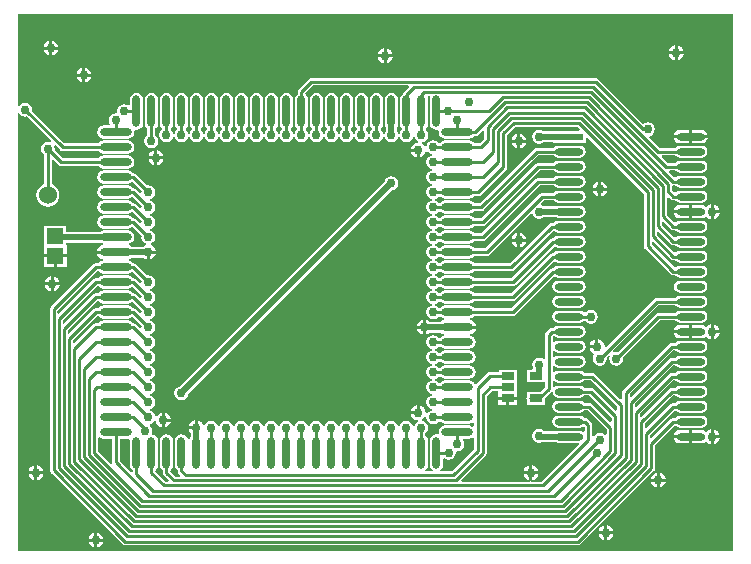
<source format=gtl>
G04 Layer_Physical_Order=1*
G04 Layer_Color=25308*
%FSLAX24Y24*%
%MOIN*%
G70*
G01*
G75*
%ADD10R,0.0571X0.0532*%
%ADD11O,0.0276X0.1063*%
%ADD12O,0.1063X0.0276*%
%ADD13O,0.0945X0.0236*%
%ADD14R,0.0945X0.0236*%
%ADD15R,0.0433X0.0256*%
%ADD16C,0.0090*%
%ADD17C,0.0200*%
%ADD18C,0.0100*%
%ADD19C,0.0600*%
%ADD20C,0.0300*%
G36*
X47750Y25800D02*
X23900D01*
Y40370D01*
X23950Y40385D01*
X23984Y40334D01*
X24060Y40283D01*
X24150Y40265D01*
X24195Y40275D01*
X25010Y39460D01*
X25003Y39444D01*
X24981Y39418D01*
X24900Y39434D01*
X24810Y39417D01*
X24734Y39366D01*
X24683Y39290D01*
X24666Y39200D01*
X24683Y39110D01*
X24734Y39034D01*
X24773Y39009D01*
Y38750D01*
Y38009D01*
X24708Y37982D01*
X24629Y37921D01*
X24568Y37842D01*
X24530Y37749D01*
X24517Y37650D01*
X24530Y37551D01*
X24568Y37458D01*
X24629Y37379D01*
X24708Y37318D01*
X24801Y37280D01*
X24900Y37267D01*
X24999Y37280D01*
X25092Y37318D01*
X25171Y37379D01*
X25232Y37458D01*
X25270Y37551D01*
X25283Y37650D01*
X25270Y37749D01*
X25232Y37842D01*
X25171Y37921D01*
X25092Y37982D01*
X25027Y38009D01*
Y38749D01*
X25028Y38750D01*
X25027Y38751D01*
Y38827D01*
X25074Y38846D01*
X25260Y38660D01*
X25301Y38632D01*
X25350Y38622D01*
X26590D01*
X26610Y38593D01*
X26682Y38545D01*
X26767Y38528D01*
X27555D01*
X27640Y38545D01*
X27712Y38593D01*
X27760Y38665D01*
X27777Y38750D01*
X27760Y38835D01*
X27712Y38907D01*
X27640Y38955D01*
X27555Y38972D01*
X26767D01*
X26682Y38955D01*
X26610Y38907D01*
X26590Y38877D01*
X25403D01*
X25126Y39155D01*
X25135Y39200D01*
X25118Y39281D01*
X25144Y39303D01*
X25160Y39310D01*
X25310Y39160D01*
X25351Y39132D01*
X25400Y39122D01*
X26590D01*
X26610Y39093D01*
X26682Y39045D01*
X26767Y39028D01*
X27555D01*
X27640Y39045D01*
X27712Y39093D01*
X27760Y39165D01*
X27777Y39250D01*
X27760Y39335D01*
X27712Y39407D01*
X27640Y39455D01*
X27555Y39472D01*
X26767D01*
X26682Y39455D01*
X26610Y39407D01*
X26590Y39377D01*
X25453D01*
X24376Y40455D01*
X24385Y40500D01*
X24367Y40590D01*
X24316Y40666D01*
X24240Y40717D01*
X24150Y40735D01*
X24060Y40717D01*
X23984Y40666D01*
X23950Y40615D01*
X23900Y40630D01*
Y43700D01*
X47750D01*
Y25800D01*
D02*
G37*
%LPC*%
G36*
X43150Y32845D02*
X43102Y32835D01*
X43020Y32780D01*
X42965Y32698D01*
X42955Y32650D01*
X43150D01*
Y32845D01*
D02*
G37*
G36*
X36350Y38284D02*
X36260Y38267D01*
X36184Y38216D01*
X36133Y38140D01*
X36122Y38081D01*
X29319Y31278D01*
X29260Y31267D01*
X29184Y31216D01*
X29133Y31140D01*
X29115Y31050D01*
X29133Y30960D01*
X29184Y30884D01*
X29260Y30833D01*
X29350Y30815D01*
X29440Y30833D01*
X29516Y30884D01*
X29567Y30960D01*
X29578Y31019D01*
X36381Y37822D01*
X36440Y37833D01*
X36516Y37884D01*
X36567Y37960D01*
X36585Y38050D01*
X36567Y38140D01*
X36516Y38216D01*
X36440Y38267D01*
X36350Y38284D01*
D02*
G37*
G36*
X47295Y33050D02*
X47100D01*
Y32855D01*
X47148Y32864D01*
X47230Y32920D01*
X47285Y33002D01*
X47295Y33050D01*
D02*
G37*
G36*
X37400Y33200D02*
X37205D01*
X37215Y33152D01*
X37270Y33070D01*
X37353Y33014D01*
X37400Y33005D01*
Y33200D01*
D02*
G37*
G36*
X46275Y33050D02*
X45758D01*
X45765Y33015D01*
X45813Y32943D01*
X45886Y32895D01*
X45971Y32878D01*
X46275D01*
Y33050D01*
D02*
G37*
G36*
X40544Y30826D02*
X40278D01*
Y30648D01*
X40544D01*
Y30826D01*
D02*
G37*
G36*
X29800Y30145D02*
X29752Y30135D01*
X29670Y30080D01*
X29615Y29998D01*
X29605Y29950D01*
X29800D01*
Y30145D01*
D02*
G37*
G36*
X28995Y30100D02*
X28800D01*
Y29905D01*
X28848Y29915D01*
X28930Y29970D01*
X28986Y30052D01*
X28995Y30100D01*
D02*
G37*
G36*
X28800Y30395D02*
Y30200D01*
X28995D01*
X28986Y30248D01*
X28930Y30330D01*
X28848Y30385D01*
X28800Y30395D01*
D02*
G37*
G36*
X40178Y30826D02*
X39911D01*
Y30648D01*
X40178D01*
Y30826D01*
D02*
G37*
G36*
X37200Y30645D02*
X37152Y30635D01*
X37070Y30580D01*
X37015Y30498D01*
X37005Y30450D01*
X37200D01*
Y30645D01*
D02*
G37*
G36*
X47100Y33345D02*
Y33150D01*
X47295D01*
X47285Y33198D01*
X47230Y33280D01*
X47148Y33335D01*
X47100Y33345D01*
D02*
G37*
G36*
X25000Y34650D02*
X24805D01*
X24815Y34602D01*
X24870Y34520D01*
X24952Y34464D01*
X25000Y34455D01*
Y34650D01*
D02*
G37*
G36*
X46679Y34802D02*
X45971D01*
X45893Y34787D01*
X45828Y34743D01*
X45784Y34677D01*
X45769Y34600D01*
X45784Y34523D01*
X45828Y34457D01*
X45893Y34413D01*
X45971Y34398D01*
X46679D01*
X46757Y34413D01*
X46822Y34457D01*
X46866Y34523D01*
X46881Y34600D01*
X46866Y34677D01*
X46822Y34743D01*
X46757Y34787D01*
X46679Y34802D01*
D02*
G37*
G36*
X42629D02*
X41921D01*
X41843Y34787D01*
X41778Y34743D01*
X41734Y34677D01*
X41719Y34600D01*
X41734Y34523D01*
X41778Y34457D01*
X41843Y34413D01*
X41921Y34398D01*
X42629D01*
X42707Y34413D01*
X42772Y34457D01*
X42816Y34523D01*
X42831Y34600D01*
X42816Y34677D01*
X42772Y34743D01*
X42707Y34787D01*
X42629Y34802D01*
D02*
G37*
G36*
X25100Y34945D02*
Y34750D01*
X25295D01*
X25285Y34798D01*
X25230Y34880D01*
X25148Y34935D01*
X25100Y34945D01*
D02*
G37*
G36*
X25000D02*
X24952Y34935D01*
X24870Y34880D01*
X24815Y34798D01*
X24805Y34750D01*
X25000D01*
Y34945D01*
D02*
G37*
G36*
X25295Y34650D02*
X25100D01*
Y34455D01*
X25148Y34464D01*
X25230Y34520D01*
X25285Y34602D01*
X25295Y34650D01*
D02*
G37*
G36*
X37400Y33495D02*
X37353Y33485D01*
X37270Y33430D01*
X37215Y33347D01*
X37205Y33300D01*
X37400D01*
Y33495D01*
D02*
G37*
G36*
X47000Y33345D02*
X46952Y33335D01*
X46870Y33280D01*
X46870Y33280D01*
X46837Y33257D01*
X46764Y33305D01*
X46679Y33322D01*
X46375D01*
Y33100D01*
Y32878D01*
X46679D01*
X46764Y32895D01*
X46837Y32943D01*
X46870Y32920D01*
X46870Y32920D01*
X46952Y32864D01*
X47000Y32855D01*
Y33100D01*
Y33345D01*
D02*
G37*
G36*
X46275Y33322D02*
X45971D01*
X45886Y33305D01*
X45813Y33257D01*
X45765Y33185D01*
X45758Y33150D01*
X46275D01*
Y33322D01*
D02*
G37*
G36*
X46679Y34302D02*
X45971D01*
X45893Y34287D01*
X45828Y34243D01*
X45818Y34227D01*
X45200D01*
X45151Y34218D01*
X45110Y34190D01*
X43498Y32578D01*
X43454Y32605D01*
X43436Y32698D01*
X43380Y32780D01*
X43298Y32835D01*
X43250Y32845D01*
Y32600D01*
X43200D01*
Y32550D01*
X42955D01*
X42965Y32502D01*
X43020Y32420D01*
X43102Y32364D01*
X43114Y32336D01*
X43083Y32290D01*
X43066Y32200D01*
X43083Y32110D01*
X43134Y32034D01*
X43210Y31983D01*
X43300Y31965D01*
X43390Y31983D01*
X43466Y32034D01*
X43517Y32110D01*
X43535Y32200D01*
X43526Y32245D01*
X43590Y32310D01*
X43606Y32303D01*
X43632Y32281D01*
X43615Y32200D01*
X43633Y32110D01*
X43684Y32034D01*
X43760Y31983D01*
X43850Y31965D01*
X43940Y31983D01*
X44016Y32034D01*
X44067Y32110D01*
X44085Y32200D01*
X44076Y32245D01*
X45303Y33473D01*
X45818D01*
X45828Y33457D01*
X45893Y33413D01*
X45971Y33398D01*
X46679D01*
X46757Y33413D01*
X46822Y33457D01*
X46866Y33523D01*
X46881Y33600D01*
X46866Y33677D01*
X46822Y33743D01*
X46757Y33787D01*
X46679Y33802D01*
X45971D01*
X45893Y33787D01*
X45828Y33743D01*
X45818Y33727D01*
X45250D01*
X45201Y33718D01*
X45160Y33690D01*
X43895Y32425D01*
X43850Y32434D01*
X43769Y32418D01*
X43747Y32444D01*
X43740Y32460D01*
X45253Y33973D01*
X45818D01*
X45828Y33957D01*
X45893Y33913D01*
X45971Y33898D01*
X46679D01*
X46757Y33913D01*
X46822Y33957D01*
X46866Y34023D01*
X46881Y34100D01*
X46866Y34177D01*
X46822Y34243D01*
X46757Y34287D01*
X46679Y34302D01*
D02*
G37*
G36*
X42629D02*
X41921D01*
X41843Y34287D01*
X41778Y34243D01*
X41734Y34177D01*
X41719Y34100D01*
X41734Y34023D01*
X41778Y33957D01*
X41843Y33913D01*
X41921Y33898D01*
X42629D01*
X42707Y33913D01*
X42772Y33957D01*
X42816Y34023D01*
X42831Y34100D01*
X42816Y34177D01*
X42772Y34243D01*
X42707Y34287D01*
X42629Y34302D01*
D02*
G37*
G36*
X43000Y33835D02*
X42910Y33817D01*
X42834Y33766D01*
X42825Y33752D01*
X42790Y33746D01*
X42765Y33747D01*
X42707Y33787D01*
X42629Y33802D01*
X41921D01*
X41843Y33787D01*
X41778Y33743D01*
X41734Y33677D01*
X41719Y33600D01*
X41734Y33523D01*
X41778Y33457D01*
X41843Y33413D01*
X41921Y33398D01*
X42629D01*
X42707Y33413D01*
X42765Y33453D01*
X42790Y33454D01*
X42825Y33448D01*
X42834Y33434D01*
X42910Y33383D01*
X43000Y33365D01*
X43090Y33383D01*
X43166Y33434D01*
X43217Y33510D01*
X43235Y33600D01*
X43217Y33690D01*
X43166Y33766D01*
X43090Y33817D01*
X43000Y33835D01*
D02*
G37*
G36*
X47000Y29845D02*
X46952Y29835D01*
X46870Y29780D01*
X46870Y29780D01*
X46837Y29757D01*
X46764Y29805D01*
X46679Y29822D01*
X46375D01*
Y29600D01*
Y29378D01*
X46679D01*
X46764Y29395D01*
X46837Y29443D01*
X46870Y29420D01*
X46870Y29420D01*
X46952Y29365D01*
X47000Y29355D01*
Y29600D01*
Y29845D01*
D02*
G37*
G36*
X45200Y28100D02*
X45005D01*
X45015Y28052D01*
X45070Y27970D01*
X45152Y27915D01*
X45200Y27905D01*
Y28100D01*
D02*
G37*
G36*
X43550Y26645D02*
Y26450D01*
X43745D01*
X43735Y26498D01*
X43680Y26580D01*
X43598Y26635D01*
X43550Y26645D01*
D02*
G37*
G36*
X43450D02*
X43402Y26635D01*
X43320Y26580D01*
X43265Y26498D01*
X43255Y26450D01*
X43450D01*
Y26645D01*
D02*
G37*
G36*
X24450Y28350D02*
X24255D01*
X24265Y28302D01*
X24320Y28220D01*
X24402Y28165D01*
X24450Y28155D01*
Y28350D01*
D02*
G37*
G36*
X40950D02*
X40755D01*
X40765Y28302D01*
X40820Y28220D01*
X40902Y28165D01*
X40950Y28155D01*
Y28350D01*
D02*
G37*
G36*
X45495Y28100D02*
X45300D01*
Y27905D01*
X45348Y27915D01*
X45430Y27970D01*
X45486Y28052D01*
X45495Y28100D01*
D02*
G37*
G36*
X43450Y26350D02*
X43255D01*
X43265Y26302D01*
X43320Y26220D01*
X43402Y26165D01*
X43450Y26155D01*
Y26350D01*
D02*
G37*
G36*
X26745Y26100D02*
X26550D01*
Y25905D01*
X26598Y25914D01*
X26680Y25970D01*
X26735Y26052D01*
X26745Y26100D01*
D02*
G37*
G36*
X26450D02*
X26255D01*
X26265Y26052D01*
X26320Y25970D01*
X26402Y25914D01*
X26450Y25905D01*
Y26100D01*
D02*
G37*
G36*
X26550Y26395D02*
Y26200D01*
X26745D01*
X26735Y26248D01*
X26680Y26330D01*
X26598Y26385D01*
X26550Y26395D01*
D02*
G37*
G36*
X26450D02*
X26402Y26385D01*
X26320Y26330D01*
X26265Y26248D01*
X26255Y26200D01*
X26450D01*
Y26395D01*
D02*
G37*
G36*
X43745Y26350D02*
X43550D01*
Y26155D01*
X43598Y26165D01*
X43680Y26220D01*
X43735Y26302D01*
X43745Y26350D01*
D02*
G37*
G36*
X47295Y29550D02*
X47100D01*
Y29355D01*
X47148Y29365D01*
X47230Y29420D01*
X47285Y29502D01*
X47295Y29550D01*
D02*
G37*
G36*
X41050Y28645D02*
Y28450D01*
X41245D01*
X41235Y28498D01*
X41180Y28580D01*
X41098Y28635D01*
X41050Y28645D01*
D02*
G37*
G36*
X40950D02*
X40902Y28635D01*
X40820Y28580D01*
X40765Y28498D01*
X40755Y28450D01*
X40950D01*
Y28645D01*
D02*
G37*
G36*
X46275Y29822D02*
X45971D01*
X45886Y29805D01*
X45813Y29757D01*
X45765Y29685D01*
X45758Y29650D01*
X46275D01*
Y29822D01*
D02*
G37*
G36*
X47100Y29845D02*
Y29650D01*
X47295D01*
X47285Y29698D01*
X47230Y29780D01*
X47148Y29835D01*
X47100Y29845D01*
D02*
G37*
G36*
X46275Y29550D02*
X45758D01*
X45765Y29515D01*
X45813Y29443D01*
X45886Y29395D01*
X45971Y29378D01*
X46275D01*
Y29550D01*
D02*
G37*
G36*
X45200Y28395D02*
X45152Y28385D01*
X45070Y28330D01*
X45015Y28248D01*
X45005Y28200D01*
X45200D01*
Y28395D01*
D02*
G37*
G36*
X41245Y28350D02*
X41050D01*
Y28155D01*
X41098Y28165D01*
X41180Y28220D01*
X41235Y28302D01*
X41245Y28350D01*
D02*
G37*
G36*
X24745D02*
X24550D01*
Y28155D01*
X24598Y28165D01*
X24680Y28220D01*
X24736Y28302D01*
X24745Y28350D01*
D02*
G37*
G36*
X24550Y28645D02*
Y28450D01*
X24745D01*
X24736Y28498D01*
X24680Y28580D01*
X24598Y28635D01*
X24550Y28645D01*
D02*
G37*
G36*
X24450D02*
X24402Y28635D01*
X24320Y28580D01*
X24265Y28498D01*
X24255Y28450D01*
X24450D01*
Y28645D01*
D02*
G37*
G36*
X45300Y28395D02*
Y28200D01*
X45495D01*
X45486Y28248D01*
X45430Y28330D01*
X45348Y28385D01*
X45300Y28395D01*
D02*
G37*
G36*
X25100Y35575D02*
X24765D01*
Y35259D01*
X25100D01*
Y35575D01*
D02*
G37*
G36*
X46892Y39550D02*
X46375D01*
Y39378D01*
X46679D01*
X46764Y39395D01*
X46837Y39443D01*
X46885Y39515D01*
X46892Y39550D01*
D02*
G37*
G36*
X46275D02*
X45758D01*
X45765Y39515D01*
X45813Y39443D01*
X45886Y39395D01*
X45971Y39378D01*
X46275D01*
Y39550D01*
D02*
G37*
G36*
X40550Y39695D02*
X40502Y39685D01*
X40420Y39630D01*
X40365Y39548D01*
X40355Y39500D01*
X40550D01*
Y39695D01*
D02*
G37*
G36*
X46275Y39822D02*
X45971D01*
X45886Y39805D01*
X45813Y39757D01*
X45765Y39685D01*
X45758Y39650D01*
X46275D01*
Y39822D01*
D02*
G37*
G36*
X40650Y39695D02*
Y39500D01*
X40845D01*
X40835Y39548D01*
X40780Y39630D01*
X40698Y39685D01*
X40650Y39695D01*
D02*
G37*
G36*
X25245Y42500D02*
X25050D01*
Y42305D01*
X25098Y42315D01*
X25180Y42370D01*
X25236Y42452D01*
X25245Y42500D01*
D02*
G37*
G36*
X40550Y39400D02*
X40355D01*
X40365Y39352D01*
X40420Y39270D01*
X40502Y39214D01*
X40550Y39205D01*
Y39400D01*
D02*
G37*
G36*
X28550Y39145D02*
Y38950D01*
X28745D01*
X28735Y38998D01*
X28680Y39080D01*
X28598Y39135D01*
X28550Y39145D01*
D02*
G37*
G36*
X40845Y39400D02*
X40650D01*
Y39205D01*
X40698Y39214D01*
X40780Y39270D01*
X40835Y39352D01*
X40845Y39400D01*
D02*
G37*
G36*
X36100Y42545D02*
X36052Y42535D01*
X35970Y42480D01*
X35915Y42398D01*
X35905Y42350D01*
X36100D01*
Y42545D01*
D02*
G37*
G36*
X28350Y41055D02*
X28265Y41038D01*
X28193Y40990D01*
X28145Y40917D01*
X28128Y40833D01*
Y40045D01*
X28145Y39960D01*
X28193Y39888D01*
X28217Y39872D01*
Y39638D01*
X28184Y39616D01*
X28133Y39540D01*
X28115Y39450D01*
X28133Y39360D01*
X28184Y39284D01*
X28260Y39233D01*
X28350Y39216D01*
X28440Y39233D01*
X28516Y39284D01*
X28567Y39360D01*
X28584Y39450D01*
X28567Y39540D01*
X28516Y39616D01*
X28482Y39638D01*
Y39872D01*
X28507Y39888D01*
X28555Y39960D01*
X28572Y40045D01*
Y40833D01*
X28555Y40917D01*
X28507Y40990D01*
X28435Y41038D01*
X28350Y41055D01*
D02*
G37*
G36*
X24950Y42500D02*
X24755D01*
X24765Y42452D01*
X24820Y42370D01*
X24902Y42315D01*
X24950Y42305D01*
Y42500D01*
D02*
G37*
G36*
X26345Y41600D02*
X26150D01*
Y41405D01*
X26198Y41414D01*
X26280Y41470D01*
X26335Y41552D01*
X26345Y41600D01*
D02*
G37*
G36*
X26050D02*
X25855D01*
X25865Y41552D01*
X25920Y41470D01*
X26002Y41414D01*
X26050Y41405D01*
Y41600D01*
D02*
G37*
G36*
Y41895D02*
X26002Y41885D01*
X25920Y41830D01*
X25865Y41748D01*
X25855Y41700D01*
X26050D01*
Y41895D01*
D02*
G37*
G36*
X36100Y42250D02*
X35905D01*
X35915Y42202D01*
X35970Y42120D01*
X36052Y42064D01*
X36100Y42055D01*
Y42250D01*
D02*
G37*
G36*
X26150Y41895D02*
Y41700D01*
X26345D01*
X26335Y41748D01*
X26280Y41830D01*
X26198Y41885D01*
X26150Y41895D01*
D02*
G37*
G36*
X36395Y42250D02*
X36200D01*
Y42055D01*
X36248Y42064D01*
X36330Y42120D01*
X36386Y42202D01*
X36395Y42250D01*
D02*
G37*
G36*
X46679Y39822D02*
X46375D01*
Y39650D01*
X46892D01*
X46885Y39685D01*
X46837Y39757D01*
X46764Y39805D01*
X46679Y39822D01*
D02*
G37*
G36*
X46095Y42350D02*
X45900D01*
Y42155D01*
X45948Y42165D01*
X46030Y42220D01*
X46086Y42302D01*
X46095Y42350D01*
D02*
G37*
G36*
X43155Y41563D02*
X33685D01*
X33637Y41553D01*
X33595Y41525D01*
X33260Y41190D01*
X33232Y41149D01*
X33222Y41100D01*
Y41009D01*
X33193Y40990D01*
X33145Y40917D01*
X33128Y40833D01*
Y40045D01*
X33145Y39960D01*
X33193Y39888D01*
X33199Y39884D01*
X33199Y39826D01*
X33184Y39816D01*
X33133Y39740D01*
X33125Y39700D01*
X33075D01*
X33067Y39740D01*
X33016Y39816D01*
X33001Y39826D01*
X33001Y39884D01*
X33007Y39888D01*
X33055Y39960D01*
X33072Y40045D01*
Y40833D01*
X33055Y40917D01*
X33007Y40990D01*
X32935Y41038D01*
X32850Y41055D01*
X32765Y41038D01*
X32693Y40990D01*
X32645Y40917D01*
X32628Y40833D01*
Y40045D01*
X32645Y39960D01*
X32693Y39888D01*
X32699Y39884D01*
Y39826D01*
X32684Y39816D01*
X32633Y39740D01*
X32625Y39700D01*
X32574D01*
X32567Y39740D01*
X32516Y39816D01*
X32501Y39826D01*
Y39884D01*
X32507Y39888D01*
X32555Y39960D01*
X32572Y40045D01*
Y40833D01*
X32555Y40917D01*
X32507Y40990D01*
X32435Y41038D01*
X32350Y41055D01*
X32265Y41038D01*
X32193Y40990D01*
X32145Y40917D01*
X32128Y40833D01*
Y40045D01*
X32145Y39960D01*
X32193Y39888D01*
X32199Y39884D01*
Y39826D01*
X32184Y39816D01*
X32133Y39740D01*
X32125Y39701D01*
X32074D01*
X32067Y39740D01*
X32016Y39816D01*
X32001Y39826D01*
X32001Y39884D01*
X32007Y39888D01*
X32055Y39960D01*
X32072Y40045D01*
Y40833D01*
X32055Y40917D01*
X32007Y40990D01*
X31935Y41038D01*
X31850Y41055D01*
X31765Y41038D01*
X31693Y40990D01*
X31645Y40917D01*
X31628Y40833D01*
Y40045D01*
X31645Y39960D01*
X31693Y39888D01*
X31699Y39884D01*
Y39826D01*
X31684Y39816D01*
X31633Y39740D01*
X31625Y39700D01*
X31574D01*
X31567Y39740D01*
X31516Y39816D01*
X31501Y39826D01*
Y39884D01*
X31507Y39888D01*
X31555Y39960D01*
X31572Y40045D01*
Y40833D01*
X31555Y40917D01*
X31507Y40990D01*
X31435Y41038D01*
X31350Y41055D01*
X31265Y41038D01*
X31193Y40990D01*
X31145Y40917D01*
X31128Y40833D01*
Y40045D01*
X31145Y39960D01*
X31193Y39888D01*
X31199Y39884D01*
Y39826D01*
X31184Y39816D01*
X31133Y39740D01*
X31125Y39700D01*
X31074D01*
X31067Y39740D01*
X31016Y39816D01*
X31001Y39826D01*
Y39884D01*
X31007Y39888D01*
X31055Y39960D01*
X31072Y40045D01*
Y40833D01*
X31055Y40917D01*
X31007Y40990D01*
X30935Y41038D01*
X30850Y41055D01*
X30765Y41038D01*
X30693Y40990D01*
X30645Y40917D01*
X30628Y40833D01*
Y40045D01*
X30645Y39960D01*
X30693Y39888D01*
X30699Y39884D01*
Y39826D01*
X30684Y39816D01*
X30633Y39740D01*
X30625Y39700D01*
X30574D01*
X30567Y39740D01*
X30516Y39816D01*
X30501Y39826D01*
Y39884D01*
X30507Y39888D01*
X30555Y39960D01*
X30572Y40045D01*
Y40833D01*
X30555Y40917D01*
X30507Y40990D01*
X30435Y41038D01*
X30350Y41055D01*
X30265Y41038D01*
X30193Y40990D01*
X30145Y40917D01*
X30128Y40833D01*
Y40045D01*
X30145Y39960D01*
X30193Y39888D01*
X30199Y39884D01*
Y39826D01*
X30184Y39816D01*
X30133Y39740D01*
X30125Y39700D01*
X30074D01*
X30067Y39740D01*
X30016Y39816D01*
X30001Y39826D01*
Y39884D01*
X30007Y39888D01*
X30055Y39960D01*
X30072Y40045D01*
Y40833D01*
X30055Y40917D01*
X30007Y40990D01*
X29935Y41038D01*
X29850Y41055D01*
X29765Y41038D01*
X29693Y40990D01*
X29645Y40917D01*
X29628Y40833D01*
Y40045D01*
X29645Y39960D01*
X29693Y39888D01*
X29699Y39884D01*
Y39826D01*
X29684Y39816D01*
X29633Y39740D01*
X29625Y39700D01*
X29574D01*
X29567Y39740D01*
X29516Y39816D01*
X29501Y39826D01*
Y39884D01*
X29507Y39888D01*
X29555Y39960D01*
X29572Y40045D01*
Y40833D01*
X29555Y40917D01*
X29507Y40990D01*
X29435Y41038D01*
X29350Y41055D01*
X29265Y41038D01*
X29193Y40990D01*
X29145Y40917D01*
X29128Y40833D01*
Y40045D01*
X29145Y39960D01*
X29193Y39888D01*
X29199Y39884D01*
Y39826D01*
X29184Y39816D01*
X29133Y39740D01*
X29125Y39700D01*
X29074D01*
X29067Y39740D01*
X29016Y39816D01*
X29001Y39826D01*
Y39884D01*
X29007Y39888D01*
X29055Y39960D01*
X29072Y40045D01*
Y40833D01*
X29055Y40917D01*
X29007Y40990D01*
X28935Y41038D01*
X28850Y41055D01*
X28765Y41038D01*
X28693Y40990D01*
X28645Y40917D01*
X28628Y40833D01*
Y40045D01*
X28645Y39960D01*
X28693Y39888D01*
X28699Y39884D01*
Y39826D01*
X28684Y39816D01*
X28633Y39740D01*
X28615Y39650D01*
X28633Y39560D01*
X28684Y39484D01*
X28760Y39433D01*
X28850Y39416D01*
X28940Y39433D01*
X29016Y39484D01*
X29067Y39560D01*
X29074Y39600D01*
X29125D01*
X29133Y39560D01*
X29184Y39484D01*
X29260Y39433D01*
X29350Y39416D01*
X29440Y39433D01*
X29516Y39484D01*
X29567Y39560D01*
X29574Y39600D01*
X29625D01*
X29633Y39560D01*
X29684Y39484D01*
X29760Y39433D01*
X29850Y39416D01*
X29940Y39433D01*
X30016Y39484D01*
X30067Y39560D01*
X30074Y39600D01*
X30125D01*
X30133Y39560D01*
X30184Y39484D01*
X30260Y39433D01*
X30350Y39416D01*
X30440Y39433D01*
X30516Y39484D01*
X30567Y39560D01*
X30574Y39600D01*
X30625D01*
X30633Y39560D01*
X30684Y39484D01*
X30760Y39433D01*
X30850Y39416D01*
X30940Y39433D01*
X31016Y39484D01*
X31067Y39560D01*
X31074Y39600D01*
X31125D01*
X31133Y39560D01*
X31184Y39484D01*
X31260Y39433D01*
X31350Y39416D01*
X31440Y39433D01*
X31516Y39484D01*
X31567Y39560D01*
X31574Y39600D01*
X31625D01*
X31633Y39560D01*
X31684Y39484D01*
X31760Y39433D01*
X31850Y39415D01*
X31940Y39433D01*
X32016Y39484D01*
X32067Y39560D01*
X32074Y39599D01*
X32125D01*
X32133Y39560D01*
X32184Y39484D01*
X32260Y39433D01*
X32350Y39416D01*
X32440Y39433D01*
X32516Y39484D01*
X32567Y39560D01*
X32574Y39600D01*
X32625D01*
X32633Y39560D01*
X32684Y39484D01*
X32760Y39433D01*
X32850Y39415D01*
X32940Y39433D01*
X33016Y39484D01*
X33067Y39560D01*
X33075Y39600D01*
X33125D01*
X33133Y39560D01*
X33184Y39484D01*
X33260Y39433D01*
X33350Y39415D01*
X33440Y39433D01*
X33516Y39484D01*
X33567Y39560D01*
X33574Y39599D01*
X33625D01*
X33633Y39560D01*
X33684Y39484D01*
X33760Y39433D01*
X33850Y39416D01*
X33940Y39433D01*
X34016Y39484D01*
X34067Y39560D01*
X34074Y39600D01*
X34125D01*
X34133Y39560D01*
X34184Y39484D01*
X34260Y39433D01*
X34350Y39416D01*
X34440Y39433D01*
X34516Y39484D01*
X34567Y39560D01*
X34574Y39600D01*
X34625D01*
X34633Y39560D01*
X34684Y39484D01*
X34760Y39433D01*
X34850Y39416D01*
X34940Y39433D01*
X35016Y39484D01*
X35067Y39560D01*
X35074Y39600D01*
X35125D01*
X35133Y39560D01*
X35184Y39484D01*
X35260Y39433D01*
X35350Y39416D01*
X35440Y39433D01*
X35516Y39484D01*
X35567Y39560D01*
X35574Y39600D01*
X35625D01*
X35633Y39560D01*
X35684Y39484D01*
X35760Y39433D01*
X35850Y39416D01*
X35940Y39433D01*
X36016Y39484D01*
X36067Y39560D01*
X36074Y39600D01*
X36125D01*
X36133Y39560D01*
X36184Y39484D01*
X36260Y39433D01*
X36350Y39415D01*
X36440Y39433D01*
X36516Y39484D01*
X36567Y39560D01*
X36574Y39599D01*
X36625D01*
X36633Y39560D01*
X36684Y39484D01*
X36760Y39433D01*
X36850Y39416D01*
X36940Y39433D01*
X37016Y39484D01*
X37067Y39560D01*
X37074Y39600D01*
X37125D01*
X37133Y39560D01*
X37184Y39484D01*
X37232Y39452D01*
X37221Y39399D01*
X37152Y39385D01*
X37070Y39330D01*
X37015Y39248D01*
X37005Y39200D01*
X37250D01*
Y39150D01*
X37300D01*
Y38905D01*
X37348Y38914D01*
X37430Y38970D01*
X37485Y39052D01*
X37499Y39121D01*
X37552Y39132D01*
X37584Y39084D01*
X37660Y39033D01*
X37700Y39025D01*
Y38974D01*
X37660Y38966D01*
X37584Y38916D01*
X37534Y38840D01*
X37516Y38750D01*
X37534Y38660D01*
X37584Y38584D01*
X37660Y38533D01*
X37700Y38525D01*
Y38474D01*
X37660Y38466D01*
X37584Y38416D01*
X37534Y38340D01*
X37516Y38250D01*
X37534Y38160D01*
X37584Y38084D01*
X37660Y38033D01*
X37700Y38025D01*
Y37974D01*
X37660Y37966D01*
X37584Y37916D01*
X37534Y37840D01*
X37516Y37750D01*
X37534Y37660D01*
X37584Y37584D01*
X37660Y37533D01*
X37700Y37525D01*
Y37474D01*
X37660Y37466D01*
X37584Y37416D01*
X37534Y37340D01*
X37516Y37250D01*
X37534Y37160D01*
X37584Y37084D01*
X37660Y37033D01*
X37700Y37025D01*
Y36974D01*
X37660Y36966D01*
X37584Y36916D01*
X37534Y36840D01*
X37516Y36750D01*
X37534Y36660D01*
X37584Y36584D01*
X37660Y36533D01*
X37700Y36525D01*
Y36474D01*
X37660Y36466D01*
X37584Y36416D01*
X37534Y36340D01*
X37516Y36250D01*
X37534Y36160D01*
X37584Y36084D01*
X37660Y36033D01*
X37700Y36025D01*
Y35974D01*
X37660Y35966D01*
X37584Y35916D01*
X37534Y35840D01*
X37516Y35750D01*
X37534Y35660D01*
X37584Y35584D01*
X37660Y35533D01*
X37700Y35525D01*
Y35474D01*
X37660Y35466D01*
X37584Y35416D01*
X37534Y35340D01*
X37516Y35250D01*
X37534Y35160D01*
X37584Y35084D01*
X37660Y35033D01*
X37700Y35025D01*
Y34974D01*
X37660Y34966D01*
X37584Y34916D01*
X37534Y34840D01*
X37516Y34750D01*
X37534Y34660D01*
X37584Y34584D01*
X37660Y34533D01*
X37700Y34525D01*
Y34474D01*
X37660Y34466D01*
X37584Y34416D01*
X37534Y34340D01*
X37516Y34250D01*
X37534Y34160D01*
X37584Y34084D01*
X37660Y34033D01*
X37700Y34025D01*
Y33974D01*
X37660Y33966D01*
X37584Y33916D01*
X37534Y33840D01*
X37516Y33750D01*
X37534Y33660D01*
X37584Y33584D01*
X37660Y33533D01*
X37750Y33515D01*
X37840Y33533D01*
X37916Y33584D01*
X37926Y33599D01*
X37984D01*
X37988Y33593D01*
X38060Y33545D01*
X38106Y33536D01*
X38106Y33485D01*
X38052Y33474D01*
X37992Y33433D01*
X37626D01*
X37548Y33485D01*
X37500Y33495D01*
Y33250D01*
Y33005D01*
X37548Y33014D01*
X37626Y33066D01*
X37992D01*
X38052Y33026D01*
X38106Y33015D01*
X38106Y32964D01*
X38060Y32955D01*
X37988Y32907D01*
X37984Y32901D01*
X37926D01*
X37916Y32916D01*
X37840Y32966D01*
X37750Y32984D01*
X37660Y32966D01*
X37584Y32916D01*
X37533Y32840D01*
X37515Y32750D01*
X37533Y32660D01*
X37584Y32584D01*
X37660Y32533D01*
X37700Y32525D01*
Y32474D01*
X37660Y32466D01*
X37584Y32416D01*
X37534Y32340D01*
X37516Y32250D01*
X37534Y32160D01*
X37584Y32084D01*
X37660Y32033D01*
X37700Y32025D01*
Y31974D01*
X37660Y31966D01*
X37584Y31916D01*
X37533Y31840D01*
X37515Y31750D01*
X37533Y31660D01*
X37584Y31584D01*
X37660Y31533D01*
X37700Y31525D01*
Y31474D01*
X37660Y31466D01*
X37584Y31416D01*
X37534Y31340D01*
X37516Y31250D01*
X37534Y31160D01*
X37584Y31084D01*
X37660Y31033D01*
X37700Y31025D01*
Y30974D01*
X37660Y30966D01*
X37584Y30916D01*
X37533Y30840D01*
X37515Y30750D01*
X37533Y30660D01*
X37584Y30584D01*
X37660Y30533D01*
X37700Y30525D01*
Y30474D01*
X37660Y30466D01*
X37584Y30416D01*
X37548Y30362D01*
X37501Y30381D01*
X37505Y30400D01*
X37485Y30498D01*
X37430Y30580D01*
X37348Y30635D01*
X37300Y30645D01*
Y30400D01*
X37250D01*
Y30350D01*
X37005D01*
X37015Y30302D01*
X37070Y30220D01*
X37152Y30164D01*
X37221Y30151D01*
X37232Y30098D01*
X37184Y30066D01*
X37133Y29990D01*
X37125Y29950D01*
X37074D01*
X37067Y29990D01*
X37016Y30066D01*
X36940Y30117D01*
X36850Y30134D01*
X36760Y30117D01*
X36684Y30066D01*
X36633Y29990D01*
X36625Y29950D01*
X36574D01*
X36567Y29990D01*
X36516Y30066D01*
X36440Y30117D01*
X36350Y30134D01*
X36260Y30117D01*
X36184Y30066D01*
X36133Y29990D01*
X36125Y29950D01*
X36074D01*
X36067Y29990D01*
X36016Y30066D01*
X35940Y30117D01*
X35850Y30134D01*
X35760Y30117D01*
X35684Y30066D01*
X35633Y29990D01*
X35625Y29950D01*
X35574D01*
X35567Y29990D01*
X35516Y30066D01*
X35440Y30117D01*
X35350Y30134D01*
X35260Y30117D01*
X35184Y30066D01*
X35133Y29990D01*
X35125Y29950D01*
X35074D01*
X35067Y29990D01*
X35016Y30066D01*
X34940Y30117D01*
X34850Y30134D01*
X34760Y30117D01*
X34684Y30066D01*
X34633Y29990D01*
X34625Y29950D01*
X34574D01*
X34567Y29990D01*
X34516Y30066D01*
X34440Y30117D01*
X34350Y30134D01*
X34260Y30117D01*
X34184Y30066D01*
X34133Y29990D01*
X34125Y29950D01*
X34074D01*
X34067Y29990D01*
X34016Y30066D01*
X33940Y30117D01*
X33850Y30134D01*
X33760Y30117D01*
X33684Y30066D01*
X33633Y29990D01*
X33625Y29950D01*
X33574D01*
X33567Y29990D01*
X33516Y30066D01*
X33440Y30117D01*
X33350Y30134D01*
X33260Y30117D01*
X33184Y30066D01*
X33133Y29990D01*
X33125Y29950D01*
X33074D01*
X33067Y29990D01*
X33016Y30066D01*
X32940Y30117D01*
X32850Y30134D01*
X32760Y30117D01*
X32684Y30066D01*
X32633Y29990D01*
X32625Y29950D01*
X32574D01*
X32567Y29990D01*
X32516Y30066D01*
X32440Y30117D01*
X32350Y30134D01*
X32260Y30117D01*
X32184Y30066D01*
X32133Y29990D01*
X32125Y29950D01*
X32074D01*
X32067Y29990D01*
X32016Y30066D01*
X31940Y30117D01*
X31850Y30134D01*
X31760Y30117D01*
X31684Y30066D01*
X31633Y29990D01*
X31625Y29950D01*
X31574D01*
X31567Y29990D01*
X31516Y30066D01*
X31440Y30117D01*
X31350Y30134D01*
X31260Y30117D01*
X31184Y30066D01*
X31133Y29990D01*
X31125Y29950D01*
X31074D01*
X31067Y29990D01*
X31016Y30066D01*
X30940Y30117D01*
X30850Y30134D01*
X30760Y30117D01*
X30684Y30066D01*
X30633Y29990D01*
X30625Y29950D01*
X30574D01*
X30567Y29990D01*
X30516Y30066D01*
X30440Y30117D01*
X30350Y30134D01*
X30260Y30117D01*
X30184Y30066D01*
X30137Y29995D01*
X30113Y29994D01*
X30084Y29999D01*
X30030Y30080D01*
X29948Y30135D01*
X29900Y30145D01*
Y29900D01*
X29850D01*
Y29850D01*
X29605D01*
X29615Y29802D01*
X29666Y29725D01*
Y29608D01*
X29626Y29547D01*
X29615Y29494D01*
X29564Y29494D01*
X29555Y29540D01*
X29507Y29612D01*
X29435Y29660D01*
X29350Y29677D01*
X29265Y29660D01*
X29193Y29612D01*
X29145Y29540D01*
X29128Y29455D01*
Y28667D01*
X29145Y28582D01*
X29193Y28510D01*
X29223Y28490D01*
Y28450D01*
X29232Y28401D01*
X29260Y28360D01*
X29306Y28314D01*
X29287Y28267D01*
X29163D01*
X28985Y28445D01*
X28989Y28498D01*
X29007Y28510D01*
X29055Y28582D01*
X29072Y28667D01*
Y29455D01*
X29055Y29540D01*
X29007Y29612D01*
X28935Y29660D01*
X28850Y29677D01*
X28765Y29660D01*
X28693Y29612D01*
X28645Y29540D01*
X28628Y29455D01*
Y28667D01*
X28645Y28582D01*
X28693Y28510D01*
X28722Y28490D01*
Y28400D01*
X28732Y28351D01*
X28760Y28310D01*
X28926Y28144D01*
X28907Y28097D01*
X28833D01*
X28485Y28445D01*
X28489Y28498D01*
X28507Y28510D01*
X28555Y28582D01*
X28572Y28667D01*
Y29455D01*
X28555Y29540D01*
X28507Y29612D01*
X28435Y29660D01*
X28398Y29667D01*
X28386Y29684D01*
X28369Y29724D01*
X28385Y29800D01*
X28367Y29890D01*
X28316Y29966D01*
X28302Y29975D01*
X28313Y30028D01*
X28340Y30033D01*
X28416Y30084D01*
X28448Y30132D01*
X28501Y30121D01*
X28515Y30052D01*
X28570Y29970D01*
X28652Y29915D01*
X28700Y29905D01*
Y30150D01*
Y30395D01*
X28652Y30385D01*
X28570Y30330D01*
X28531Y30272D01*
X28478Y30283D01*
X28467Y30340D01*
X28416Y30416D01*
X28340Y30467D01*
X28300Y30475D01*
Y30525D01*
X28340Y30533D01*
X28416Y30584D01*
X28467Y30660D01*
X28485Y30750D01*
X28467Y30840D01*
X28416Y30916D01*
X28340Y30967D01*
X28300Y30975D01*
Y31025D01*
X28340Y31033D01*
X28416Y31084D01*
X28467Y31160D01*
X28485Y31250D01*
X28467Y31340D01*
X28416Y31416D01*
X28340Y31467D01*
X28300Y31475D01*
Y31525D01*
X28340Y31533D01*
X28416Y31584D01*
X28467Y31660D01*
X28485Y31750D01*
X28467Y31840D01*
X28416Y31916D01*
X28340Y31967D01*
X28300Y31975D01*
Y32025D01*
X28340Y32033D01*
X28416Y32084D01*
X28467Y32160D01*
X28485Y32250D01*
X28467Y32340D01*
X28416Y32416D01*
X28340Y32467D01*
X28300Y32475D01*
Y32525D01*
X28340Y32533D01*
X28416Y32584D01*
X28467Y32660D01*
X28485Y32750D01*
X28467Y32840D01*
X28416Y32916D01*
X28340Y32967D01*
X28300Y32975D01*
Y33025D01*
X28340Y33033D01*
X28416Y33084D01*
X28467Y33160D01*
X28485Y33250D01*
X28467Y33340D01*
X28416Y33416D01*
X28340Y33467D01*
X28300Y33475D01*
Y33525D01*
X28340Y33533D01*
X28416Y33584D01*
X28467Y33660D01*
X28485Y33750D01*
X28467Y33840D01*
X28416Y33916D01*
X28340Y33967D01*
X28300Y33975D01*
Y34025D01*
X28340Y34033D01*
X28416Y34084D01*
X28467Y34160D01*
X28485Y34250D01*
X28467Y34340D01*
X28416Y34416D01*
X28340Y34467D01*
X28300Y34475D01*
Y34525D01*
X28340Y34533D01*
X28416Y34584D01*
X28467Y34660D01*
X28485Y34750D01*
X28467Y34840D01*
X28416Y34916D01*
X28340Y34967D01*
X28250Y34985D01*
X28205Y34976D01*
X27840Y35340D01*
X27799Y35368D01*
X27750Y35377D01*
X27731D01*
X27712Y35407D01*
X27640Y35455D01*
X27594Y35464D01*
X27594Y35515D01*
X27647Y35526D01*
X27708Y35566D01*
X28075D01*
X28153Y35514D01*
X28200Y35505D01*
Y35750D01*
X28250D01*
Y35800D01*
X28495D01*
X28486Y35847D01*
X28430Y35930D01*
X28349Y35984D01*
X28343Y36015D01*
X28345Y36037D01*
X28416Y36084D01*
X28467Y36160D01*
X28485Y36250D01*
X28467Y36340D01*
X28416Y36416D01*
X28340Y36467D01*
X28300Y36475D01*
Y36525D01*
X28340Y36533D01*
X28416Y36584D01*
X28467Y36660D01*
X28485Y36750D01*
X28467Y36840D01*
X28416Y36916D01*
X28340Y36967D01*
X28300Y36975D01*
Y37025D01*
X28340Y37033D01*
X28416Y37084D01*
X28467Y37160D01*
X28485Y37250D01*
X28467Y37340D01*
X28416Y37416D01*
X28340Y37467D01*
X28300Y37475D01*
Y37525D01*
X28340Y37533D01*
X28416Y37584D01*
X28467Y37660D01*
X28485Y37750D01*
X28467Y37840D01*
X28416Y37916D01*
X28340Y37967D01*
X28250Y37984D01*
X28205Y37975D01*
X27840Y38340D01*
X27799Y38368D01*
X27750Y38377D01*
X27731D01*
X27712Y38407D01*
X27640Y38455D01*
X27555Y38472D01*
X26767D01*
X26682Y38455D01*
X26610Y38407D01*
X26562Y38335D01*
X26545Y38250D01*
X26562Y38165D01*
X26610Y38093D01*
X26682Y38045D01*
X26767Y38028D01*
X27555D01*
X27640Y38045D01*
X27712Y38093D01*
X27726Y38094D01*
X28024Y37795D01*
X28015Y37750D01*
X28019Y37732D01*
X27973Y37707D01*
X27840Y37840D01*
X27799Y37868D01*
X27750Y37877D01*
X27731D01*
X27712Y37907D01*
X27640Y37955D01*
X27555Y37972D01*
X26767D01*
X26682Y37955D01*
X26610Y37907D01*
X26562Y37835D01*
X26545Y37750D01*
X26562Y37665D01*
X26610Y37593D01*
X26682Y37545D01*
X26767Y37528D01*
X27555D01*
X27640Y37545D01*
X27712Y37593D01*
X27726Y37594D01*
X28024Y37295D01*
X28015Y37250D01*
X28019Y37232D01*
X27973Y37207D01*
X27840Y37340D01*
X27799Y37368D01*
X27750Y37377D01*
X27731D01*
X27712Y37407D01*
X27640Y37455D01*
X27555Y37472D01*
X26767D01*
X26682Y37455D01*
X26610Y37407D01*
X26562Y37335D01*
X26545Y37250D01*
X26562Y37165D01*
X26610Y37093D01*
X26682Y37045D01*
X26767Y37028D01*
X27555D01*
X27640Y37045D01*
X27712Y37093D01*
X27726Y37094D01*
X28024Y36795D01*
X28015Y36750D01*
X28019Y36732D01*
X27973Y36707D01*
X27840Y36840D01*
X27799Y36868D01*
X27750Y36877D01*
X27731D01*
X27712Y36907D01*
X27640Y36955D01*
X27555Y36972D01*
X26767D01*
X26682Y36955D01*
X26610Y36907D01*
X26562Y36835D01*
X26545Y36750D01*
X26562Y36665D01*
X26610Y36593D01*
X26682Y36545D01*
X26767Y36528D01*
X27555D01*
X27640Y36545D01*
X27712Y36593D01*
X27726Y36594D01*
X28024Y36295D01*
X28015Y36250D01*
X28033Y36160D01*
X28084Y36084D01*
X28155Y36037D01*
X28157Y36015D01*
X28151Y35984D01*
X28075Y35933D01*
X27708D01*
X27647Y35974D01*
X27594Y35985D01*
X27594Y36036D01*
X27640Y36045D01*
X27712Y36093D01*
X27760Y36165D01*
X27777Y36250D01*
X27760Y36335D01*
X27712Y36407D01*
X27640Y36455D01*
X27555Y36472D01*
X26767D01*
X26682Y36455D01*
X26650Y36433D01*
X25515D01*
Y36621D01*
X24785D01*
Y35991D01*
X24765D01*
Y35675D01*
X25535D01*
Y35991D01*
X25515D01*
Y36066D01*
X26650D01*
X26682Y36045D01*
X26728Y36036D01*
X26728Y35985D01*
X26674Y35974D01*
X26596Y35921D01*
X26543Y35843D01*
X26535Y35800D01*
X27161D01*
Y35700D01*
X26535D01*
X26543Y35657D01*
X26596Y35578D01*
X26674Y35526D01*
X26728Y35515D01*
X26728Y35464D01*
X26682Y35455D01*
X26610Y35407D01*
X26590Y35377D01*
X26500D01*
X26451Y35368D01*
X26410Y35340D01*
X25000Y33930D01*
X24972Y33889D01*
X24963Y33840D01*
Y28487D01*
X24972Y28438D01*
X25000Y28397D01*
X27387Y26010D01*
X27428Y25982D01*
X27477Y25973D01*
X42562D01*
X42611Y25982D01*
X42652Y26010D01*
X45100Y28458D01*
X45128Y28499D01*
X45137Y28548D01*
Y29307D01*
X45776Y29946D01*
X45828Y29957D01*
X45893Y29913D01*
X45971Y29898D01*
X46679D01*
X46757Y29913D01*
X46822Y29957D01*
X46866Y30023D01*
X46881Y30100D01*
X46866Y30177D01*
X46822Y30243D01*
X46757Y30287D01*
X46679Y30302D01*
X45971D01*
X45893Y30287D01*
X45828Y30243D01*
X45818Y30227D01*
X45750D01*
X45701Y30218D01*
X45660Y30190D01*
X45014Y29544D01*
X44967Y29563D01*
Y29637D01*
X45776Y30446D01*
X45828Y30457D01*
X45893Y30413D01*
X45971Y30398D01*
X46679D01*
X46757Y30413D01*
X46822Y30457D01*
X46866Y30523D01*
X46881Y30600D01*
X46866Y30677D01*
X46822Y30743D01*
X46757Y30787D01*
X46679Y30802D01*
X45971D01*
X45893Y30787D01*
X45828Y30743D01*
X45818Y30727D01*
X45750D01*
X45701Y30718D01*
X45660Y30690D01*
X44844Y29874D01*
X44797Y29893D01*
Y30017D01*
X45753Y30973D01*
X45818D01*
X45828Y30957D01*
X45893Y30913D01*
X45971Y30898D01*
X46679D01*
X46757Y30913D01*
X46822Y30957D01*
X46866Y31023D01*
X46881Y31100D01*
X46866Y31177D01*
X46822Y31243D01*
X46757Y31287D01*
X46679Y31302D01*
X45971D01*
X45893Y31287D01*
X45828Y31243D01*
X45818Y31227D01*
X45700D01*
X45651Y31218D01*
X45610Y31190D01*
X44674Y30254D01*
X44627Y30273D01*
Y30347D01*
X45753Y31473D01*
X45818D01*
X45828Y31457D01*
X45893Y31413D01*
X45971Y31398D01*
X46679D01*
X46757Y31413D01*
X46822Y31457D01*
X46866Y31523D01*
X46881Y31600D01*
X46866Y31677D01*
X46822Y31743D01*
X46757Y31787D01*
X46679Y31802D01*
X45971D01*
X45893Y31787D01*
X45828Y31743D01*
X45818Y31727D01*
X45700D01*
X45651Y31718D01*
X45610Y31690D01*
X44504Y30584D01*
X44457Y30603D01*
Y30677D01*
X45753Y31973D01*
X45818D01*
X45828Y31957D01*
X45893Y31913D01*
X45971Y31898D01*
X46679D01*
X46757Y31913D01*
X46822Y31957D01*
X46866Y32023D01*
X46881Y32100D01*
X46866Y32177D01*
X46822Y32243D01*
X46757Y32287D01*
X46679Y32302D01*
X45971D01*
X45893Y32287D01*
X45828Y32243D01*
X45818Y32227D01*
X45700D01*
X45651Y32218D01*
X45610Y32190D01*
X44334Y30914D01*
X44287Y30933D01*
Y31007D01*
X45753Y32473D01*
X45818D01*
X45828Y32457D01*
X45893Y32413D01*
X45971Y32398D01*
X46679D01*
X46757Y32413D01*
X46822Y32457D01*
X46866Y32523D01*
X46881Y32600D01*
X46866Y32677D01*
X46822Y32743D01*
X46757Y32787D01*
X46679Y32802D01*
X45971D01*
X45893Y32787D01*
X45828Y32743D01*
X45818Y32727D01*
X45700D01*
X45651Y32718D01*
X45610Y32690D01*
X44070Y31150D01*
X44042Y31109D01*
X44033Y31060D01*
Y30863D01*
X43986Y30844D01*
X43140Y31690D01*
X43099Y31718D01*
X43050Y31727D01*
X42782D01*
X42772Y31743D01*
X42707Y31787D01*
X42629Y31802D01*
X41921D01*
X41843Y31787D01*
X41778Y31743D01*
X41777Y31742D01*
X41727Y31757D01*
Y31943D01*
X41777Y31958D01*
X41778Y31957D01*
X41843Y31913D01*
X41921Y31898D01*
X42629D01*
X42707Y31913D01*
X42772Y31957D01*
X42816Y32023D01*
X42831Y32100D01*
X42816Y32177D01*
X42772Y32243D01*
X42707Y32287D01*
X42629Y32302D01*
X41921D01*
X41843Y32287D01*
X41778Y32243D01*
X41777Y32242D01*
X41727Y32257D01*
Y32443D01*
X41777Y32458D01*
X41778Y32457D01*
X41843Y32413D01*
X41921Y32398D01*
X42629D01*
X42707Y32413D01*
X42772Y32457D01*
X42816Y32523D01*
X42831Y32600D01*
X42816Y32677D01*
X42772Y32743D01*
X42707Y32787D01*
X42629Y32802D01*
X41921D01*
X41843Y32787D01*
X41778Y32743D01*
X41777Y32742D01*
X41727Y32757D01*
Y32947D01*
X41778Y32957D01*
X41843Y32913D01*
X41921Y32898D01*
X42629D01*
X42707Y32913D01*
X42772Y32957D01*
X42816Y33023D01*
X42831Y33100D01*
X42816Y33177D01*
X42772Y33243D01*
X42707Y33287D01*
X42629Y33302D01*
X41921D01*
X41843Y33287D01*
X41778Y33243D01*
X41768Y33227D01*
X41700D01*
X41651Y33218D01*
X41610Y33190D01*
X41510Y33090D01*
X41482Y33049D01*
X41473Y33000D01*
Y32201D01*
X41423Y32178D01*
X41365Y32217D01*
X41275Y32234D01*
X41185Y32217D01*
X41109Y32166D01*
X41058Y32090D01*
X41040Y32000D01*
X41058Y31910D01*
X41077Y31882D01*
X41051Y31832D01*
X40876D01*
Y31416D01*
X41469D01*
X41473Y31368D01*
Y31253D01*
X41304Y31084D01*
X40876D01*
Y30956D01*
X40855Y30925D01*
X40845Y30876D01*
X40855Y30827D01*
X40876Y30795D01*
Y30668D01*
X41469D01*
Y30889D01*
X41670Y31090D01*
X41724Y31073D01*
X41734Y31023D01*
X41778Y30957D01*
X41843Y30913D01*
X41921Y30898D01*
X42629D01*
X42707Y30913D01*
X42772Y30957D01*
X42782Y30973D01*
X42947D01*
X43693Y30227D01*
Y30103D01*
X43646Y30084D01*
X43040Y30690D01*
X42999Y30718D01*
X42950Y30727D01*
X42782D01*
X42772Y30743D01*
X42707Y30787D01*
X42629Y30802D01*
X41921D01*
X41843Y30787D01*
X41778Y30743D01*
X41734Y30677D01*
X41719Y30600D01*
X41734Y30523D01*
X41778Y30457D01*
X41843Y30413D01*
X41921Y30398D01*
X42629D01*
X42707Y30413D01*
X42772Y30457D01*
X42782Y30473D01*
X42897D01*
X43523Y29847D01*
Y29671D01*
X43473Y29656D01*
X43466Y29666D01*
X43390Y29717D01*
X43300Y29734D01*
X43210Y29717D01*
X43134Y29666D01*
X43097Y29611D01*
X43047Y29626D01*
Y29980D01*
X43038Y30029D01*
X43010Y30070D01*
X42890Y30190D01*
X42849Y30218D01*
X42800Y30227D01*
X42782D01*
X42772Y30243D01*
X42707Y30287D01*
X42629Y30302D01*
X41921D01*
X41843Y30287D01*
X41778Y30243D01*
X41734Y30177D01*
X41719Y30100D01*
X41734Y30023D01*
X41778Y29957D01*
X41843Y29913D01*
X41921Y29898D01*
X42629D01*
X42707Y29913D01*
X42748Y29941D01*
X42793Y29911D01*
Y29789D01*
X42743Y29763D01*
X42707Y29787D01*
X42629Y29802D01*
X41921D01*
X41843Y29787D01*
X41839Y29784D01*
X41445D01*
X41441Y29791D01*
X41365Y29841D01*
X41275Y29859D01*
X41185Y29841D01*
X41109Y29791D01*
X41058Y29715D01*
X41040Y29625D01*
X41058Y29535D01*
X41109Y29459D01*
X41185Y29408D01*
X41275Y29390D01*
X41365Y29408D01*
X41377Y29416D01*
X41839D01*
X41843Y29413D01*
X41921Y29398D01*
X42597D01*
X42618Y29348D01*
X41367Y28097D01*
X41017D01*
X41016Y28104D01*
X40984D01*
X40983Y28097D01*
X38693D01*
X38674Y28144D01*
X39490Y28960D01*
X39518Y29001D01*
X39527Y29050D01*
Y30947D01*
X39703Y31123D01*
X39869D01*
X39911Y31104D01*
Y30926D01*
X40544D01*
Y31104D01*
X40524D01*
Y31416D01*
Y31832D01*
X39931D01*
Y31751D01*
X39624D01*
X39575Y31742D01*
X39534Y31714D01*
X39180Y31360D01*
X39116Y31367D01*
X39090Y31407D01*
X39018Y31455D01*
X38933Y31472D01*
X38145D01*
X38060Y31455D01*
X37988Y31407D01*
X37984Y31401D01*
X37926D01*
X37916Y31416D01*
X37840Y31466D01*
X37800Y31474D01*
Y31525D01*
X37840Y31533D01*
X37916Y31584D01*
X37926Y31599D01*
X37984D01*
X37988Y31593D01*
X38060Y31545D01*
X38145Y31528D01*
X38933D01*
X39018Y31545D01*
X39090Y31593D01*
X39138Y31665D01*
X39155Y31750D01*
X39138Y31835D01*
X39090Y31907D01*
X39018Y31955D01*
X38933Y31972D01*
X38145D01*
X38060Y31955D01*
X37988Y31907D01*
X37984Y31901D01*
X37926D01*
X37916Y31916D01*
X37840Y31966D01*
X37800Y31974D01*
Y32025D01*
X37840Y32033D01*
X37916Y32084D01*
X37926Y32099D01*
X37984D01*
X37988Y32093D01*
X38060Y32045D01*
X38145Y32028D01*
X38933D01*
X39018Y32045D01*
X39090Y32093D01*
X39138Y32165D01*
X39155Y32250D01*
X39138Y32335D01*
X39090Y32407D01*
X39018Y32455D01*
X38933Y32472D01*
X38145D01*
X38060Y32455D01*
X37988Y32407D01*
X37984Y32401D01*
X37926D01*
X37916Y32416D01*
X37840Y32466D01*
X37800Y32474D01*
Y32525D01*
X37840Y32533D01*
X37916Y32584D01*
X37926Y32599D01*
X37984D01*
X37988Y32593D01*
X38060Y32545D01*
X38145Y32528D01*
X38933D01*
X39018Y32545D01*
X39090Y32593D01*
X39138Y32665D01*
X39155Y32750D01*
X39138Y32835D01*
X39090Y32907D01*
X39018Y32955D01*
X38971Y32964D01*
X38971Y33015D01*
X39025Y33026D01*
X39104Y33078D01*
X39157Y33157D01*
X39165Y33200D01*
X38539D01*
Y33300D01*
X39165D01*
X39157Y33343D01*
X39104Y33421D01*
X39025Y33474D01*
X38971Y33485D01*
X38971Y33536D01*
X39018Y33545D01*
X39090Y33593D01*
X39109Y33622D01*
X40400D01*
X40449Y33632D01*
X40490Y33660D01*
X41784Y34953D01*
X41843Y34913D01*
X41921Y34898D01*
X42629D01*
X42707Y34913D01*
X42772Y34957D01*
X42816Y35023D01*
X42831Y35100D01*
X42816Y35177D01*
X42772Y35243D01*
X42707Y35287D01*
X42629Y35302D01*
X41921D01*
X41843Y35287D01*
X41778Y35243D01*
X41768Y35227D01*
X41750D01*
X41701Y35218D01*
X41660Y35190D01*
X40347Y33877D01*
X39109D01*
X39090Y33907D01*
X39018Y33955D01*
X38933Y33972D01*
X38145D01*
X38060Y33955D01*
X37988Y33907D01*
X37984Y33901D01*
X37926D01*
X37916Y33916D01*
X37840Y33966D01*
X37800Y33974D01*
Y34025D01*
X37840Y34033D01*
X37916Y34084D01*
X37926Y34099D01*
X37984D01*
X37988Y34093D01*
X38060Y34045D01*
X38145Y34028D01*
X38933D01*
X39018Y34045D01*
X39090Y34093D01*
X39109Y34122D01*
X40400D01*
X40449Y34132D01*
X40490Y34160D01*
X41784Y35453D01*
X41843Y35413D01*
X41921Y35398D01*
X42629D01*
X42707Y35413D01*
X42772Y35457D01*
X42816Y35523D01*
X42831Y35600D01*
X42816Y35677D01*
X42772Y35743D01*
X42707Y35787D01*
X42629Y35802D01*
X41921D01*
X41843Y35787D01*
X41778Y35743D01*
X41768Y35727D01*
X41750D01*
X41701Y35718D01*
X41660Y35690D01*
X40347Y34377D01*
X39109D01*
X39090Y34407D01*
X39018Y34455D01*
X38933Y34472D01*
X38145D01*
X38060Y34455D01*
X37988Y34407D01*
X37984Y34401D01*
X37926D01*
X37916Y34416D01*
X37840Y34466D01*
X37800Y34474D01*
Y34525D01*
X37840Y34533D01*
X37916Y34584D01*
X37928Y34602D01*
X37982D01*
X37988Y34593D01*
X38060Y34545D01*
X38145Y34528D01*
X38933D01*
X39018Y34545D01*
X39090Y34593D01*
X39106Y34617D01*
X40400D01*
X40451Y34627D01*
X40494Y34656D01*
X41788Y35950D01*
X41843Y35913D01*
X41921Y35898D01*
X42629D01*
X42707Y35913D01*
X42772Y35957D01*
X42816Y36023D01*
X42831Y36100D01*
X42816Y36177D01*
X42772Y36243D01*
X42707Y36287D01*
X42629Y36302D01*
X41921D01*
X41843Y36287D01*
X41778Y36243D01*
X41771Y36233D01*
X41750D01*
X41699Y36222D01*
X41656Y36194D01*
X40345Y34882D01*
X39106D01*
X39090Y34907D01*
X39018Y34955D01*
X38933Y34972D01*
X38145D01*
X38060Y34955D01*
X37988Y34907D01*
X37982Y34898D01*
X37928D01*
X37916Y34916D01*
X37840Y34966D01*
X37800Y34974D01*
Y35025D01*
X37840Y35033D01*
X37916Y35084D01*
X37926Y35099D01*
X37984D01*
X37988Y35093D01*
X38060Y35045D01*
X38145Y35028D01*
X38933D01*
X39018Y35045D01*
X39090Y35093D01*
X39109Y35122D01*
X40350D01*
X40399Y35132D01*
X40440Y35160D01*
X41726Y36446D01*
X41778Y36457D01*
X41843Y36413D01*
X41921Y36398D01*
X42629D01*
X42707Y36413D01*
X42772Y36457D01*
X42816Y36523D01*
X42831Y36600D01*
X42816Y36677D01*
X42772Y36743D01*
X42707Y36787D01*
X42629Y36802D01*
X41921D01*
X41843Y36787D01*
X41778Y36743D01*
X41768Y36727D01*
X41700D01*
X41651Y36718D01*
X41610Y36690D01*
X40297Y35377D01*
X39109D01*
X39090Y35407D01*
X39018Y35455D01*
X38933Y35472D01*
X38145D01*
X38060Y35455D01*
X37988Y35407D01*
X37984Y35401D01*
X37926D01*
X37916Y35416D01*
X37840Y35466D01*
X37800Y35474D01*
Y35525D01*
X37840Y35533D01*
X37916Y35584D01*
X37926Y35599D01*
X37984D01*
X37988Y35593D01*
X38060Y35545D01*
X38145Y35528D01*
X38933D01*
X39018Y35545D01*
X39090Y35593D01*
X39109Y35622D01*
X39536D01*
X39585Y35632D01*
X39626Y35660D01*
X41007Y37041D01*
X41055Y37026D01*
X41058Y37010D01*
X41109Y36934D01*
X41185Y36883D01*
X41275Y36865D01*
X41365Y36883D01*
X41414Y36916D01*
X41839D01*
X41843Y36913D01*
X41921Y36898D01*
X42629D01*
X42707Y36913D01*
X42772Y36957D01*
X42816Y37023D01*
X42831Y37100D01*
X42816Y37177D01*
X42772Y37243D01*
X42707Y37287D01*
X42629Y37302D01*
X41921D01*
X41843Y37287D01*
X41839Y37284D01*
X41414D01*
X41365Y37317D01*
X41348Y37320D01*
X41334Y37368D01*
X41439Y37473D01*
X41768D01*
X41778Y37457D01*
X41843Y37413D01*
X41921Y37398D01*
X42629D01*
X42707Y37413D01*
X42772Y37457D01*
X42816Y37523D01*
X42831Y37600D01*
X42816Y37677D01*
X42772Y37743D01*
X42707Y37787D01*
X42629Y37802D01*
X41921D01*
X41843Y37787D01*
X41778Y37743D01*
X41768Y37727D01*
X41386D01*
X41337Y37718D01*
X41296Y37690D01*
X39483Y35877D01*
X39109D01*
X39090Y35907D01*
X39018Y35955D01*
X38933Y35972D01*
X38145D01*
X38060Y35955D01*
X37988Y35907D01*
X37984Y35901D01*
X37926D01*
X37916Y35916D01*
X37840Y35966D01*
X37800Y35974D01*
Y36025D01*
X37840Y36033D01*
X37916Y36084D01*
X37926Y36099D01*
X37984D01*
X37988Y36093D01*
X38060Y36045D01*
X38145Y36028D01*
X38933D01*
X39018Y36045D01*
X39090Y36093D01*
X39109Y36122D01*
X39400D01*
X39449Y36132D01*
X39490Y36160D01*
X41303Y37973D01*
X41768D01*
X41778Y37957D01*
X41843Y37913D01*
X41921Y37898D01*
X42629D01*
X42707Y37913D01*
X42772Y37957D01*
X42816Y38023D01*
X42831Y38100D01*
X42816Y38177D01*
X42772Y38243D01*
X42707Y38287D01*
X42629Y38302D01*
X41921D01*
X41843Y38287D01*
X41778Y38243D01*
X41768Y38227D01*
X41250D01*
X41201Y38218D01*
X41160Y38190D01*
X39347Y36377D01*
X39109D01*
X39090Y36407D01*
X39018Y36455D01*
X38933Y36472D01*
X38145D01*
X38060Y36455D01*
X37988Y36407D01*
X37984Y36401D01*
X37926D01*
X37916Y36416D01*
X37840Y36466D01*
X37800Y36474D01*
Y36525D01*
X37840Y36533D01*
X37916Y36584D01*
X37926Y36599D01*
X37984D01*
X37988Y36593D01*
X38060Y36545D01*
X38145Y36528D01*
X38933D01*
X39018Y36545D01*
X39090Y36593D01*
X39109Y36622D01*
X39400D01*
X39449Y36632D01*
X39490Y36660D01*
X41303Y38473D01*
X41768D01*
X41778Y38457D01*
X41843Y38413D01*
X41921Y38398D01*
X42629D01*
X42707Y38413D01*
X42772Y38457D01*
X42816Y38523D01*
X42831Y38600D01*
X42816Y38677D01*
X42772Y38743D01*
X42707Y38787D01*
X42629Y38802D01*
X41921D01*
X41843Y38787D01*
X41778Y38743D01*
X41768Y38727D01*
X41250D01*
X41201Y38718D01*
X41160Y38690D01*
X39347Y36877D01*
X39109D01*
X39090Y36907D01*
X39018Y36955D01*
X38933Y36972D01*
X38145D01*
X38060Y36955D01*
X37988Y36907D01*
X37984Y36901D01*
X37926D01*
X37916Y36916D01*
X37840Y36966D01*
X37800Y36974D01*
Y37025D01*
X37840Y37033D01*
X37916Y37084D01*
X37926Y37099D01*
X37984D01*
X37988Y37093D01*
X38060Y37045D01*
X38145Y37028D01*
X38933D01*
X39018Y37045D01*
X39090Y37093D01*
X39109Y37122D01*
X39350D01*
X39399Y37132D01*
X39440Y37160D01*
X41253Y38973D01*
X41768D01*
X41778Y38957D01*
X41843Y38913D01*
X41921Y38898D01*
X42629D01*
X42707Y38913D01*
X42772Y38957D01*
X42816Y39023D01*
X42831Y39100D01*
X42816Y39177D01*
X42772Y39243D01*
X42707Y39287D01*
X42629Y39302D01*
X41921D01*
X41843Y39287D01*
X41778Y39243D01*
X41768Y39227D01*
X41200D01*
X41151Y39218D01*
X41110Y39190D01*
X39297Y37377D01*
X39109D01*
X39090Y37407D01*
X39018Y37455D01*
X38933Y37472D01*
X38145D01*
X38060Y37455D01*
X37988Y37407D01*
X37984Y37401D01*
X37926D01*
X37916Y37416D01*
X37840Y37466D01*
X37800Y37474D01*
Y37525D01*
X37840Y37533D01*
X37916Y37584D01*
X37926Y37599D01*
X37984D01*
X37988Y37593D01*
X38060Y37545D01*
X38145Y37528D01*
X38933D01*
X39018Y37545D01*
X39090Y37593D01*
X39109Y37622D01*
X39250D01*
X39299Y37632D01*
X39340Y37660D01*
X40170Y38490D01*
X40198Y38531D01*
X40207Y38580D01*
Y39666D01*
X40474Y39933D01*
X42535D01*
X42623Y39844D01*
X42604Y39798D01*
X41723D01*
Y39784D01*
X41414D01*
X41365Y39817D01*
X41275Y39834D01*
X41185Y39817D01*
X41109Y39766D01*
X41058Y39690D01*
X41040Y39600D01*
X41058Y39510D01*
X41109Y39434D01*
X41185Y39383D01*
X41275Y39365D01*
X41365Y39383D01*
X41414Y39416D01*
X41723D01*
Y39402D01*
X42827D01*
Y39575D01*
X42874Y39594D01*
X44773Y37695D01*
Y35950D01*
X44782Y35901D01*
X44810Y35860D01*
X45660Y35010D01*
X45701Y34982D01*
X45750Y34973D01*
X45818D01*
X45828Y34957D01*
X45893Y34913D01*
X45971Y34898D01*
X46679D01*
X46757Y34913D01*
X46822Y34957D01*
X46866Y35023D01*
X46881Y35100D01*
X46866Y35177D01*
X46822Y35243D01*
X46757Y35287D01*
X46679Y35302D01*
X45971D01*
X45893Y35287D01*
X45828Y35243D01*
X45776Y35254D01*
X45027Y36003D01*
Y36077D01*
X45074Y36096D01*
X45660Y35510D01*
X45701Y35482D01*
X45750Y35473D01*
X45818D01*
X45828Y35457D01*
X45893Y35413D01*
X45971Y35398D01*
X46679D01*
X46757Y35413D01*
X46822Y35457D01*
X46866Y35523D01*
X46881Y35600D01*
X46866Y35677D01*
X46822Y35743D01*
X46757Y35787D01*
X46679Y35802D01*
X45971D01*
X45893Y35787D01*
X45828Y35743D01*
X45776Y35754D01*
X45197Y36333D01*
Y36407D01*
X45244Y36426D01*
X45660Y36010D01*
X45701Y35982D01*
X45750Y35973D01*
X45818D01*
X45828Y35957D01*
X45893Y35913D01*
X45971Y35898D01*
X46679D01*
X46757Y35913D01*
X46822Y35957D01*
X46866Y36023D01*
X46881Y36100D01*
X46866Y36177D01*
X46822Y36243D01*
X46757Y36287D01*
X46679Y36302D01*
X45971D01*
X45893Y36287D01*
X45828Y36243D01*
X45776Y36254D01*
X45367Y36663D01*
Y36737D01*
X45414Y36756D01*
X45660Y36510D01*
X45701Y36482D01*
X45750Y36473D01*
X45818D01*
X45828Y36457D01*
X45893Y36413D01*
X45971Y36398D01*
X46679D01*
X46757Y36413D01*
X46822Y36457D01*
X46866Y36523D01*
X46881Y36600D01*
X46866Y36677D01*
X46822Y36743D01*
X46757Y36787D01*
X46679Y36802D01*
X45971D01*
X45893Y36787D01*
X45828Y36743D01*
X45776Y36754D01*
X45537Y36993D01*
Y37567D01*
X45584Y37586D01*
X45660Y37510D01*
X45701Y37482D01*
X45750Y37473D01*
X45818D01*
X45828Y37457D01*
X45893Y37413D01*
X45971Y37398D01*
X46679D01*
X46757Y37413D01*
X46822Y37457D01*
X46866Y37523D01*
X46881Y37600D01*
X46866Y37677D01*
X46822Y37743D01*
X46757Y37787D01*
X46679Y37802D01*
X45971D01*
X45893Y37787D01*
X45828Y37743D01*
X45776Y37754D01*
X45707Y37823D01*
Y37942D01*
X45746Y37973D01*
X45750Y37973D01*
X45818D01*
X45828Y37957D01*
X45893Y37913D01*
X45971Y37898D01*
X46679D01*
X46757Y37913D01*
X46822Y37957D01*
X46866Y38023D01*
X46881Y38100D01*
X46866Y38177D01*
X46822Y38243D01*
X46757Y38287D01*
X46679Y38302D01*
X45971D01*
X45893Y38287D01*
X45828Y38243D01*
X45776Y38254D01*
X45604Y38426D01*
X45623Y38473D01*
X45818D01*
X45828Y38457D01*
X45893Y38413D01*
X45971Y38398D01*
X46679D01*
X46757Y38413D01*
X46822Y38457D01*
X46866Y38523D01*
X46881Y38600D01*
X46866Y38677D01*
X46822Y38743D01*
X46757Y38787D01*
X46679Y38802D01*
X45971D01*
X45893Y38787D01*
X45828Y38743D01*
X45818Y38727D01*
X45562D01*
X45363Y38926D01*
X45383Y38973D01*
X45818D01*
X45828Y38957D01*
X45893Y38913D01*
X45971Y38898D01*
X46679D01*
X46757Y38913D01*
X46822Y38957D01*
X46866Y39023D01*
X46881Y39100D01*
X46866Y39177D01*
X46822Y39243D01*
X46757Y39287D01*
X46679Y39302D01*
X45971D01*
X45893Y39287D01*
X45828Y39243D01*
X45818Y39227D01*
X45303D01*
X44950Y39580D01*
X44964Y39628D01*
X44990Y39633D01*
X45066Y39684D01*
X45117Y39760D01*
X45135Y39850D01*
X45117Y39940D01*
X45066Y40016D01*
X44990Y40067D01*
X44900Y40085D01*
X44810Y40067D01*
X44747Y40024D01*
X43245Y41525D01*
X43204Y41553D01*
X43155Y41563D01*
D02*
G37*
G36*
X27850Y41055D02*
X27765Y41038D01*
X27693Y40990D01*
X27645Y40917D01*
X27628Y40833D01*
Y40668D01*
X27578Y40641D01*
X27540Y40667D01*
X27450Y40684D01*
X27360Y40667D01*
X27284Y40616D01*
X27233Y40540D01*
X27215Y40450D01*
X27223Y40412D01*
X27180Y40370D01*
X27161Y40374D01*
X27071Y40356D01*
X26995Y40305D01*
X26944Y40229D01*
X26926Y40139D01*
X26944Y40049D01*
X26963Y40022D01*
X26936Y39972D01*
X26767D01*
X26682Y39955D01*
X26610Y39907D01*
X26562Y39835D01*
X26545Y39750D01*
X26562Y39665D01*
X26610Y39593D01*
X26682Y39545D01*
X26767Y39528D01*
X27555D01*
X27640Y39545D01*
X27712Y39593D01*
X27760Y39665D01*
X27777Y39750D01*
X27769Y39788D01*
X27812Y39831D01*
X27850Y39823D01*
X27935Y39840D01*
X28007Y39888D01*
X28055Y39960D01*
X28072Y40045D01*
Y40833D01*
X28055Y40917D01*
X28007Y40990D01*
X27935Y41038D01*
X27850Y41055D01*
D02*
G37*
G36*
X45800Y42350D02*
X45605D01*
X45615Y42302D01*
X45670Y42220D01*
X45752Y42165D01*
X45800Y42155D01*
Y42350D01*
D02*
G37*
G36*
X28450Y39145D02*
X28402Y39135D01*
X28320Y39080D01*
X28265Y38998D01*
X28255Y38950D01*
X28450D01*
Y39145D01*
D02*
G37*
G36*
X24950Y42795D02*
X24902Y42785D01*
X24820Y42730D01*
X24765Y42648D01*
X24755Y42600D01*
X24950D01*
Y42795D01*
D02*
G37*
G36*
X40650Y36395D02*
Y36200D01*
X40845D01*
X40835Y36248D01*
X40780Y36330D01*
X40698Y36385D01*
X40650Y36395D01*
D02*
G37*
G36*
X47295Y37050D02*
X47100D01*
Y36855D01*
X47148Y36865D01*
X47230Y36920D01*
X47285Y37002D01*
X47295Y37050D01*
D02*
G37*
G36*
X47100Y37345D02*
Y37150D01*
X47295D01*
X47285Y37198D01*
X47230Y37280D01*
X47148Y37335D01*
X47100Y37345D01*
D02*
G37*
G36*
X46275Y37050D02*
X45758D01*
X45765Y37015D01*
X45813Y36943D01*
X45886Y36895D01*
X45971Y36878D01*
X46275D01*
Y37050D01*
D02*
G37*
G36*
X40550Y36395D02*
X40502Y36385D01*
X40420Y36330D01*
X40365Y36248D01*
X40355Y36200D01*
X40550D01*
Y36395D01*
D02*
G37*
G36*
X28495Y35700D02*
X28300D01*
Y35505D01*
X28348Y35514D01*
X28430Y35570D01*
X28486Y35652D01*
X28495Y35700D01*
D02*
G37*
G36*
X25535Y35575D02*
X25200D01*
Y35259D01*
X25535D01*
Y35575D01*
D02*
G37*
G36*
X25050Y42795D02*
Y42600D01*
X25245D01*
X25236Y42648D01*
X25180Y42730D01*
X25098Y42785D01*
X25050Y42795D01*
D02*
G37*
G36*
X40845Y36100D02*
X40650D01*
Y35905D01*
X40698Y35914D01*
X40780Y35970D01*
X40835Y36052D01*
X40845Y36100D01*
D02*
G37*
G36*
X40550D02*
X40355D01*
X40365Y36052D01*
X40420Y35970D01*
X40502Y35914D01*
X40550Y35905D01*
Y36100D01*
D02*
G37*
G36*
X45900Y42645D02*
Y42450D01*
X46095D01*
X46086Y42498D01*
X46030Y42580D01*
X45948Y42635D01*
X45900Y42645D01*
D02*
G37*
G36*
X28450Y38850D02*
X28255D01*
X28265Y38802D01*
X28320Y38720D01*
X28402Y38665D01*
X28450Y38655D01*
Y38850D01*
D02*
G37*
G36*
X43350Y38095D02*
Y37900D01*
X43545D01*
X43535Y37948D01*
X43480Y38030D01*
X43398Y38085D01*
X43350Y38095D01*
D02*
G37*
G36*
X28745Y38850D02*
X28550D01*
Y38655D01*
X28598Y38665D01*
X28680Y38720D01*
X28735Y38802D01*
X28745Y38850D01*
D02*
G37*
G36*
X37200Y39100D02*
X37005D01*
X37015Y39052D01*
X37070Y38970D01*
X37152Y38914D01*
X37200Y38905D01*
Y39100D01*
D02*
G37*
G36*
X36200Y42545D02*
Y42350D01*
X36395D01*
X36386Y42398D01*
X36330Y42480D01*
X36248Y42535D01*
X36200Y42545D01*
D02*
G37*
G36*
X43250Y38095D02*
X43202Y38085D01*
X43120Y38030D01*
X43065Y37948D01*
X43055Y37900D01*
X43250D01*
Y38095D01*
D02*
G37*
G36*
X47000Y37345D02*
X46952Y37335D01*
X46870Y37280D01*
X46870Y37280D01*
X46837Y37257D01*
X46764Y37305D01*
X46679Y37322D01*
X46375D01*
Y37100D01*
Y36878D01*
X46679D01*
X46764Y36895D01*
X46837Y36943D01*
X46870Y36920D01*
X46870Y36920D01*
X46952Y36865D01*
X47000Y36855D01*
Y37100D01*
Y37345D01*
D02*
G37*
G36*
X46275Y37322D02*
X45971D01*
X45886Y37305D01*
X45813Y37257D01*
X45765Y37185D01*
X45758Y37150D01*
X46275D01*
Y37322D01*
D02*
G37*
G36*
X45800Y42645D02*
X45752Y42635D01*
X45670Y42580D01*
X45615Y42498D01*
X45605Y42450D01*
X45800D01*
Y42645D01*
D02*
G37*
G36*
X43545Y37800D02*
X43350D01*
Y37605D01*
X43398Y37615D01*
X43480Y37670D01*
X43535Y37752D01*
X43545Y37800D01*
D02*
G37*
G36*
X43250D02*
X43055D01*
X43065Y37752D01*
X43120Y37670D01*
X43202Y37615D01*
X43250Y37605D01*
Y37800D01*
D02*
G37*
%LPD*%
G36*
X26598Y33611D02*
X26610Y33593D01*
X26682Y33545D01*
X26767Y33528D01*
X27555D01*
X27640Y33545D01*
X27712Y33593D01*
X27726Y33594D01*
X28024Y33295D01*
X28015Y33250D01*
X28019Y33232D01*
X27973Y33207D01*
X27840Y33340D01*
X27799Y33368D01*
X27750Y33377D01*
X27731D01*
X27712Y33407D01*
X27640Y33455D01*
X27555Y33472D01*
X26767D01*
X26682Y33455D01*
X26610Y33407D01*
X26590Y33377D01*
X26500D01*
X26451Y33368D01*
X26410Y33340D01*
X25774Y32704D01*
X25727Y32723D01*
Y32797D01*
X26545Y33615D01*
X26598Y33611D01*
D02*
G37*
G36*
X43863Y30607D02*
Y30483D01*
X43816Y30464D01*
X43090Y31190D01*
X43049Y31218D01*
X43000Y31227D01*
X42782D01*
X42772Y31243D01*
X42707Y31287D01*
X42629Y31302D01*
X41921D01*
X41843Y31287D01*
X41778Y31243D01*
X41777Y31242D01*
X41727Y31257D01*
Y31443D01*
X41777Y31458D01*
X41778Y31457D01*
X41843Y31413D01*
X41921Y31398D01*
X42629D01*
X42707Y31413D01*
X42772Y31457D01*
X42782Y31473D01*
X42997D01*
X43863Y30607D01*
D02*
G37*
G36*
X26598Y34111D02*
X26610Y34093D01*
X26682Y34045D01*
X26767Y34028D01*
X27555D01*
X27640Y34045D01*
X27712Y34093D01*
X27726Y34094D01*
X28024Y33795D01*
X28015Y33750D01*
X28019Y33732D01*
X27973Y33707D01*
X27840Y33840D01*
X27799Y33868D01*
X27750Y33877D01*
X27731D01*
X27712Y33907D01*
X27640Y33955D01*
X27555Y33972D01*
X26767D01*
X26682Y33955D01*
X26610Y33907D01*
X26590Y33877D01*
X26500D01*
X26451Y33868D01*
X26410Y33840D01*
X25604Y33034D01*
X25557Y33053D01*
Y33127D01*
X26545Y34115D01*
X26598Y34111D01*
D02*
G37*
G36*
Y35111D02*
X26610Y35093D01*
X26682Y35045D01*
X26767Y35028D01*
X27555D01*
X27640Y35045D01*
X27712Y35093D01*
X27726Y35094D01*
X28024Y34795D01*
X28015Y34750D01*
X28019Y34732D01*
X27973Y34707D01*
X27840Y34840D01*
X27799Y34868D01*
X27750Y34877D01*
X27731D01*
X27712Y34907D01*
X27640Y34955D01*
X27555Y34972D01*
X26767D01*
X26682Y34955D01*
X26610Y34907D01*
X26590Y34877D01*
X26500D01*
X26451Y34868D01*
X26410Y34840D01*
X25264Y33694D01*
X25217Y33713D01*
Y33787D01*
X26545Y35115D01*
X26598Y35111D01*
D02*
G37*
G36*
Y34611D02*
X26610Y34593D01*
X26682Y34545D01*
X26767Y34528D01*
X27555D01*
X27640Y34545D01*
X27712Y34593D01*
X27726Y34594D01*
X28024Y34295D01*
X28015Y34250D01*
X28019Y34232D01*
X27973Y34207D01*
X27840Y34340D01*
X27799Y34368D01*
X27750Y34377D01*
X27731D01*
X27712Y34407D01*
X27640Y34455D01*
X27555Y34472D01*
X26767D01*
X26682Y34455D01*
X26610Y34407D01*
X26590Y34377D01*
X26500D01*
X26451Y34368D01*
X26410Y34340D01*
X25434Y33364D01*
X25387Y33383D01*
Y33457D01*
X26545Y34615D01*
X26598Y34611D01*
D02*
G37*
G36*
X37518Y30261D02*
X37516Y30250D01*
X37534Y30160D01*
X37584Y30084D01*
X37660Y30033D01*
X37750Y30015D01*
X37840Y30033D01*
X37916Y30084D01*
X37926Y30099D01*
X37984D01*
X37988Y30093D01*
X38060Y30045D01*
X38145Y30028D01*
X38933D01*
X39018Y30045D01*
X39053Y30068D01*
X39103Y30041D01*
Y29958D01*
X39053Y29932D01*
X39018Y29955D01*
X38933Y29972D01*
X38145D01*
X38060Y29955D01*
X37988Y29907D01*
X37940Y29835D01*
X37923Y29750D01*
X37931Y29712D01*
X37888Y29669D01*
X37850Y29677D01*
X37765Y29660D01*
X37693Y29612D01*
X37645Y29540D01*
X37628Y29455D01*
Y28667D01*
X37645Y28582D01*
X37693Y28510D01*
X37727Y28487D01*
X37712Y28437D01*
X37488D01*
X37473Y28487D01*
X37507Y28510D01*
X37555Y28582D01*
X37572Y28667D01*
Y29455D01*
X37555Y29540D01*
X37507Y29612D01*
X37477Y29631D01*
Y29708D01*
X37516Y29734D01*
X37567Y29810D01*
X37584Y29900D01*
X37567Y29990D01*
X37516Y30066D01*
X37440Y30117D01*
X37383Y30128D01*
X37372Y30181D01*
X37430Y30220D01*
X37471Y30280D01*
X37518Y30261D01*
D02*
G37*
G36*
X36931Y41262D02*
X36760Y41090D01*
X36732Y41049D01*
X36725Y41011D01*
X36693Y40990D01*
X36645Y40917D01*
X36628Y40833D01*
Y40045D01*
X36645Y39960D01*
X36693Y39888D01*
X36699Y39884D01*
Y39826D01*
X36684Y39816D01*
X36633Y39740D01*
X36625Y39701D01*
X36574D01*
X36567Y39740D01*
X36533Y39790D01*
Y39928D01*
X36555Y39960D01*
X36572Y40045D01*
Y40833D01*
X36555Y40917D01*
X36507Y40990D01*
X36435Y41038D01*
X36350Y41055D01*
X36265Y41038D01*
X36193Y40990D01*
X36145Y40917D01*
X36128Y40833D01*
Y40045D01*
X36145Y39960D01*
X36166Y39928D01*
Y39789D01*
X36133Y39740D01*
X36125Y39700D01*
X36074D01*
X36067Y39740D01*
X36016Y39816D01*
X36001Y39826D01*
Y39884D01*
X36007Y39888D01*
X36055Y39960D01*
X36072Y40045D01*
Y40833D01*
X36055Y40917D01*
X36007Y40990D01*
X35935Y41038D01*
X35850Y41055D01*
X35765Y41038D01*
X35693Y40990D01*
X35645Y40917D01*
X35628Y40833D01*
Y40045D01*
X35645Y39960D01*
X35693Y39888D01*
X35699Y39884D01*
Y39826D01*
X35684Y39816D01*
X35633Y39740D01*
X35625Y39700D01*
X35574D01*
X35567Y39740D01*
X35516Y39816D01*
X35501Y39826D01*
Y39884D01*
X35507Y39888D01*
X35555Y39960D01*
X35572Y40045D01*
Y40833D01*
X35555Y40917D01*
X35507Y40990D01*
X35435Y41038D01*
X35350Y41055D01*
X35265Y41038D01*
X35193Y40990D01*
X35145Y40917D01*
X35128Y40833D01*
Y40045D01*
X35145Y39960D01*
X35193Y39888D01*
X35199Y39884D01*
Y39826D01*
X35184Y39816D01*
X35133Y39740D01*
X35125Y39700D01*
X35074D01*
X35067Y39740D01*
X35016Y39816D01*
X35001Y39826D01*
Y39884D01*
X35007Y39888D01*
X35055Y39960D01*
X35072Y40045D01*
Y40833D01*
X35055Y40917D01*
X35007Y40990D01*
X34935Y41038D01*
X34850Y41055D01*
X34765Y41038D01*
X34693Y40990D01*
X34645Y40917D01*
X34628Y40833D01*
Y40045D01*
X34645Y39960D01*
X34693Y39888D01*
X34699Y39884D01*
Y39826D01*
X34684Y39816D01*
X34633Y39740D01*
X34625Y39700D01*
X34574D01*
X34567Y39740D01*
X34516Y39816D01*
X34501Y39826D01*
Y39884D01*
X34507Y39888D01*
X34555Y39960D01*
X34572Y40045D01*
Y40833D01*
X34555Y40917D01*
X34507Y40990D01*
X34435Y41038D01*
X34350Y41055D01*
X34265Y41038D01*
X34193Y40990D01*
X34145Y40917D01*
X34128Y40833D01*
Y40045D01*
X34145Y39960D01*
X34193Y39888D01*
X34199Y39884D01*
Y39826D01*
X34184Y39816D01*
X34133Y39740D01*
X34125Y39700D01*
X34074D01*
X34067Y39740D01*
X34016Y39816D01*
X34001Y39826D01*
Y39884D01*
X34007Y39888D01*
X34055Y39960D01*
X34072Y40045D01*
Y40833D01*
X34055Y40917D01*
X34007Y40990D01*
X33935Y41038D01*
X33850Y41055D01*
X33765Y41038D01*
X33693Y40990D01*
X33645Y40917D01*
X33628Y40833D01*
Y40045D01*
X33645Y39960D01*
X33693Y39888D01*
X33699Y39884D01*
Y39826D01*
X33684Y39816D01*
X33633Y39740D01*
X33625Y39701D01*
X33574D01*
X33567Y39740D01*
X33516Y39816D01*
X33501Y39826D01*
Y39884D01*
X33507Y39888D01*
X33555Y39960D01*
X33572Y40045D01*
Y40833D01*
X33555Y40917D01*
X33507Y40990D01*
X33489Y41002D01*
X33485Y41055D01*
X33738Y41308D01*
X36912D01*
X36931Y41262D01*
D02*
G37*
G36*
X27635Y29493D02*
X27628Y29455D01*
Y28667D01*
X27645Y28582D01*
X27693Y28510D01*
X27722Y28490D01*
Y28423D01*
X27676Y28404D01*
X27288Y28792D01*
Y29528D01*
X27555D01*
X27593Y29535D01*
X27635Y29493D01*
D02*
G37*
G36*
X26682Y29545D02*
X26767Y29528D01*
X27033D01*
Y28739D01*
X27039Y28712D01*
X26993Y28688D01*
X26577Y29103D01*
Y29559D01*
X26627Y29581D01*
X26682Y29545D01*
D02*
G37*
G36*
X37649Y40924D02*
X37645Y40917D01*
X37628Y40833D01*
Y40045D01*
X37645Y39960D01*
X37693Y39888D01*
X37765Y39840D01*
X37850Y39823D01*
X37888Y39831D01*
X37931Y39788D01*
X37923Y39750D01*
X37940Y39665D01*
X37988Y39593D01*
X38060Y39545D01*
X38145Y39528D01*
X38933D01*
X39018Y39545D01*
X39090Y39593D01*
X39109Y39622D01*
X39150D01*
X39199Y39632D01*
X39240Y39660D01*
X39396Y39816D01*
X39443Y39797D01*
Y39523D01*
X39297Y39377D01*
X39109D01*
X39090Y39407D01*
X39018Y39455D01*
X38933Y39472D01*
X38145D01*
X38060Y39455D01*
X37988Y39407D01*
X37984Y39401D01*
X37926D01*
X37916Y39416D01*
X37840Y39466D01*
X37750Y39484D01*
X37660Y39466D01*
X37584Y39416D01*
X37534Y39340D01*
X37522Y39283D01*
X37469Y39272D01*
X37430Y39330D01*
X37372Y39369D01*
X37383Y39422D01*
X37440Y39433D01*
X37516Y39484D01*
X37567Y39560D01*
X37584Y39650D01*
X37567Y39740D01*
X37516Y39816D01*
X37501Y39826D01*
Y39884D01*
X37507Y39888D01*
X37555Y39960D01*
X37572Y40045D01*
Y40833D01*
X37555Y40917D01*
X37551Y40924D01*
X37574Y40968D01*
X37625D01*
X37649Y40924D01*
D02*
G37*
G36*
X39103Y29541D02*
Y29173D01*
X38367Y28437D01*
X37988D01*
X37973Y28487D01*
X38007Y28510D01*
X38055Y28582D01*
X38072Y28667D01*
Y28850D01*
X38122Y28877D01*
X38171Y28844D01*
X38261Y28826D01*
X38351Y28844D01*
X38427Y28895D01*
X38478Y28971D01*
X38495Y29061D01*
X38493Y29071D01*
X38529Y29106D01*
X38539Y29104D01*
X38629Y29122D01*
X38705Y29173D01*
X38756Y29249D01*
X38773Y29339D01*
X38756Y29429D01*
X38723Y29478D01*
X38749Y29528D01*
X38933D01*
X39018Y29545D01*
X39053Y29568D01*
X39103Y29541D01*
D02*
G37*
D10*
X25150Y35625D02*
D03*
Y36275D02*
D03*
D11*
X37850Y40439D02*
D03*
X37350D02*
D03*
X36850D02*
D03*
X36350D02*
D03*
X35850D02*
D03*
X35350D02*
D03*
X34850D02*
D03*
X34350D02*
D03*
X33850D02*
D03*
X33350D02*
D03*
X32850D02*
D03*
X32350D02*
D03*
X31850D02*
D03*
X31350D02*
D03*
X30850D02*
D03*
X30350D02*
D03*
X29850D02*
D03*
X29350D02*
D03*
X28850D02*
D03*
X28350D02*
D03*
X27850D02*
D03*
Y29061D02*
D03*
X28350D02*
D03*
X28850D02*
D03*
X29350D02*
D03*
X29850D02*
D03*
X30350D02*
D03*
X30850D02*
D03*
X31350D02*
D03*
X31850D02*
D03*
X32350D02*
D03*
X32850D02*
D03*
X33350D02*
D03*
X33850D02*
D03*
X34350D02*
D03*
X34850D02*
D03*
X35350D02*
D03*
X35850D02*
D03*
X36350D02*
D03*
X36850D02*
D03*
X37350D02*
D03*
X37850D02*
D03*
D12*
X27161Y39750D02*
D03*
Y39250D02*
D03*
Y38750D02*
D03*
Y38250D02*
D03*
Y37750D02*
D03*
Y37250D02*
D03*
Y36750D02*
D03*
Y36250D02*
D03*
Y35750D02*
D03*
Y35250D02*
D03*
Y34750D02*
D03*
Y34250D02*
D03*
Y33750D02*
D03*
Y33250D02*
D03*
Y32750D02*
D03*
Y32250D02*
D03*
Y31750D02*
D03*
Y31250D02*
D03*
Y30750D02*
D03*
Y30250D02*
D03*
Y29750D02*
D03*
X38539D02*
D03*
Y30250D02*
D03*
Y30750D02*
D03*
Y31250D02*
D03*
Y31750D02*
D03*
Y32250D02*
D03*
Y32750D02*
D03*
Y33250D02*
D03*
Y33750D02*
D03*
Y34250D02*
D03*
Y34750D02*
D03*
Y35250D02*
D03*
Y35750D02*
D03*
Y36250D02*
D03*
Y36750D02*
D03*
Y37250D02*
D03*
Y37750D02*
D03*
Y38250D02*
D03*
Y38750D02*
D03*
Y39250D02*
D03*
Y39750D02*
D03*
D13*
X46325Y29600D02*
D03*
Y30100D02*
D03*
Y30600D02*
D03*
Y31100D02*
D03*
Y31600D02*
D03*
Y32100D02*
D03*
Y32600D02*
D03*
Y33100D02*
D03*
Y33600D02*
D03*
Y34100D02*
D03*
Y34600D02*
D03*
Y35100D02*
D03*
Y35600D02*
D03*
Y36100D02*
D03*
Y36600D02*
D03*
Y37100D02*
D03*
Y37600D02*
D03*
Y38100D02*
D03*
Y38600D02*
D03*
Y39100D02*
D03*
Y39600D02*
D03*
X42275Y29600D02*
D03*
Y30100D02*
D03*
Y30600D02*
D03*
Y31100D02*
D03*
Y31600D02*
D03*
Y32100D02*
D03*
Y32600D02*
D03*
Y33100D02*
D03*
Y33600D02*
D03*
Y34100D02*
D03*
Y34600D02*
D03*
Y35100D02*
D03*
Y35600D02*
D03*
Y36100D02*
D03*
Y36600D02*
D03*
Y37100D02*
D03*
Y37600D02*
D03*
Y38100D02*
D03*
Y38600D02*
D03*
Y39100D02*
D03*
D14*
Y39600D02*
D03*
D15*
X40228Y31624D02*
D03*
Y31250D02*
D03*
Y30876D02*
D03*
X41172D02*
D03*
Y31624D02*
D03*
D16*
X24900Y39200D02*
X25350Y38750D01*
X40070Y40910D02*
X42940D01*
X39598Y40439D02*
X40070Y40910D01*
X38239Y40439D02*
X39598D01*
X40422Y40060D02*
X42588D01*
X40080Y39718D02*
X40422Y40060D01*
X40080Y38580D02*
Y39718D01*
X40351Y40230D02*
X42658D01*
X39910Y39789D02*
X40351Y40230D01*
X39910Y38760D02*
Y39789D01*
X40281Y40400D02*
X42729D01*
X39740Y39859D02*
X40281Y40400D01*
X39740Y39090D02*
Y39859D01*
X40210Y40570D02*
X42799D01*
X39570Y39930D02*
X40210Y40570D01*
X39570Y39470D02*
Y39930D01*
X40140Y40740D02*
X42870D01*
X39150Y39750D02*
X40140Y40740D01*
X39650Y31250D02*
X40028D01*
X39400Y31000D02*
X39650Y31250D01*
X39400Y29050D02*
Y31000D01*
X44740Y39850D02*
X44900D01*
X43085Y41265D02*
X45250Y39100D01*
X43014Y41095D02*
X45510Y38600D01*
X42940Y40910D02*
X45750Y38100D01*
X42870Y40740D02*
X45580Y38030D01*
X42799Y40570D02*
X45410Y37959D01*
X42729Y40400D02*
X45240Y37889D01*
X42658Y40230D02*
X45070Y37818D01*
X42588Y40060D02*
X44900Y37748D01*
X43155Y41435D02*
X44740Y39850D01*
X38539Y39750D02*
Y40139D01*
X38420Y28310D02*
X39230Y29120D01*
X29490Y28310D02*
X38420D01*
X29350Y28450D02*
X29490Y28310D01*
X38490Y28140D02*
X39400Y29050D01*
X29110Y28140D02*
X38490D01*
X28850Y28400D02*
X29110Y28140D01*
X41420Y27970D02*
X42920Y29470D01*
X28780Y27970D02*
X41420D01*
X28350Y28400D02*
X28780Y27970D01*
X41561Y27800D02*
X43261Y29500D01*
X28400Y27800D02*
X41561D01*
X27850Y28350D02*
X28400Y27800D01*
X41780Y27630D02*
X43200Y29050D01*
X28270Y27630D02*
X41780D01*
X27161Y28739D02*
X28270Y27630D01*
X41999Y27460D02*
X43650Y29111D01*
X28040Y27460D02*
X41999D01*
X26450Y29050D02*
X28040Y27460D01*
X42069Y27290D02*
X43820Y29041D01*
X27970Y27290D02*
X42069D01*
X26280Y28980D02*
X27970Y27290D01*
X42140Y27120D02*
X43990Y28970D01*
X27899Y27120D02*
X42140D01*
X26110Y28909D02*
X27899Y27120D01*
X42210Y26950D02*
X44160Y28900D01*
X27829Y26950D02*
X42210D01*
X25940Y28839D02*
X27829Y26950D01*
X42281Y26780D02*
X44330Y28829D01*
X27758Y26780D02*
X42281D01*
X25770Y28768D02*
X27758Y26780D01*
X42351Y26610D02*
X44500Y28759D01*
X27688Y26610D02*
X42351D01*
X25600Y28698D02*
X27688Y26610D01*
X42421Y26440D02*
X44670Y28689D01*
X27618Y26440D02*
X42421D01*
X25430Y28628D02*
X27618Y26440D01*
X42492Y26270D02*
X44840Y28618D01*
X27547Y26270D02*
X42492D01*
X25260Y28557D02*
X27547Y26270D01*
X42562Y26100D02*
X45010Y28548D01*
X27477Y26100D02*
X42562D01*
X25090Y28487D02*
X27477Y26100D01*
X45250Y33600D02*
X46325D01*
X43850Y32200D02*
X45250Y33600D01*
X45200Y34100D02*
X46325D01*
X43300Y32200D02*
X45200Y34100D01*
X42950Y30600D02*
X43650Y29900D01*
X43000Y31100D02*
X43820Y30280D01*
X42275Y31100D02*
X43000D01*
X43050Y31600D02*
X43990Y30660D01*
X42275Y31600D02*
X43050D01*
X43650Y29111D02*
Y29900D01*
X43820Y29041D02*
Y30280D01*
X43990Y28970D02*
Y30660D01*
X42275Y30600D02*
X42950D01*
X28850Y39650D02*
Y40439D01*
X29850Y39650D02*
Y40439D01*
X30850Y39650D02*
Y40439D01*
X31850Y39650D02*
X31850Y39650D01*
X31850Y39650D02*
Y40439D01*
X32850Y39650D02*
X32850Y39650D01*
X32850Y39650D02*
Y40439D01*
X33350D02*
X33350Y40439D01*
X33850Y39650D02*
Y40439D01*
X34850Y39650D02*
Y40439D01*
X35850Y39650D02*
Y40439D01*
X36850Y39650D02*
Y40439D01*
X27161Y38250D02*
X27750D01*
X28250Y37750D01*
X27161Y37750D02*
X27750D01*
X28250Y37250D01*
X27161Y37250D02*
X27750D01*
X28250Y36750D01*
X27161Y36750D02*
X27750D01*
X28250Y36250D01*
X27161Y35250D02*
X27750D01*
X28250Y34750D01*
X27161Y34750D02*
X27750D01*
X28250Y34250D01*
X27161Y34250D02*
X27750D01*
X28250Y33750D01*
X27161Y33750D02*
X27750D01*
X28250Y33250D01*
X27161Y32750D02*
X27750D01*
X28250Y32250D01*
X27161Y32250D02*
X27750D01*
X28250Y31750D01*
X27161Y31750D02*
X27750D01*
X28250Y31250D01*
X27161Y30250D02*
X27750D01*
X28150Y29800D02*
X28200D01*
X27750Y30250D02*
X28200Y29800D01*
X30350Y29061D02*
Y29900D01*
X31350Y29061D02*
Y29900D01*
X32350Y29061D02*
Y29900D01*
X33350Y29061D02*
Y29900D01*
X34350Y29061D02*
Y29900D01*
X35350Y29061D02*
Y29900D01*
X36350Y29061D02*
Y29900D01*
X37350Y29061D02*
Y29900D01*
X37850Y29061D02*
X38261D01*
X38539Y29339D02*
Y29750D01*
X37750Y30250D02*
X38539D01*
X37750Y32250D02*
X38539D01*
X37750Y33750D02*
X38539D01*
X29350Y39650D02*
Y40439D01*
X30350Y39650D02*
Y40439D01*
X31350Y39650D02*
Y40439D01*
X32350Y39650D02*
Y40439D01*
X33350Y39650D02*
Y40439D01*
X34350Y39650D02*
Y40439D01*
X35350Y39650D02*
Y40439D01*
X37350Y39650D02*
Y40439D01*
X30850Y29061D02*
Y29900D01*
X31850Y29061D02*
Y29900D01*
X32850Y29061D02*
Y29900D01*
X33850Y29061D02*
Y29900D01*
X34850Y29061D02*
Y29900D01*
X35850Y29061D02*
Y29900D01*
X36850Y29061D02*
Y29900D01*
X37750Y32750D02*
X38539D01*
X37750Y31750D02*
X38539D01*
X37750Y30750D02*
X38539D01*
X37750Y34250D02*
X38539D01*
X37750Y35250D02*
X38539D01*
X37750Y35750D02*
X38539D01*
X37750Y36250D02*
X38539D01*
X37750Y36750D02*
X38539D01*
X37750Y37250D02*
X38539D01*
X37750Y37750D02*
X38539D01*
X37750Y38250D02*
X38539D01*
X37750Y38750D02*
X38539D01*
X37750Y39250D02*
X38539D01*
X27161Y39750D02*
Y40139D01*
X27450Y40450D02*
X27839D01*
X38539Y34250D02*
X40400D01*
X38539Y36250D02*
X39400D01*
X38539Y37750D02*
X39250D01*
X38539Y38250D02*
X39400D01*
X38539Y38750D02*
X39400D01*
X38539Y39250D02*
X39350D01*
X38539Y39750D02*
X39150D01*
X39350Y39250D02*
X39570Y39470D01*
X39400Y38750D02*
X39740Y39090D01*
X39400Y38250D02*
X39910Y38760D01*
X39250Y37750D02*
X40080Y38580D01*
X45750Y35600D02*
X46325D01*
X45750Y36100D02*
X46325D01*
X45750Y36600D02*
X46325D01*
X45750Y37600D02*
X46325D01*
X45750Y38100D02*
X46325D01*
X45750Y35100D02*
X46325D01*
X44900Y35950D02*
X45750Y35100D01*
X44900Y35950D02*
Y37748D01*
X45070Y36280D02*
Y37818D01*
Y36280D02*
X45750Y35600D01*
X45240Y36610D02*
X45750Y36100D01*
X45240Y36610D02*
Y37889D01*
X45410Y36940D02*
Y37959D01*
Y36940D02*
X45750Y36600D01*
X45580Y37770D02*
X45750Y37600D01*
X45580Y37770D02*
Y38030D01*
X37850Y40439D02*
X38239D01*
X37350D02*
Y41000D01*
X36850Y40439D02*
Y41000D01*
X37350Y41000D02*
X37445Y41095D01*
X36850Y41000D02*
X37115Y41265D01*
X45250Y39100D02*
X46325D01*
X45510Y38600D02*
X46325D01*
X29350Y29061D02*
X29350Y29061D01*
X27161Y30750D02*
X27750D01*
X28250Y30250D01*
X27161Y31250D02*
X27750D01*
X28250Y30750D01*
X27161Y33250D02*
X27750D01*
X28250Y32750D01*
X25600Y32850D02*
X26500Y33750D01*
X27161D01*
X26500Y33250D02*
X27161D01*
X26500Y32750D02*
X27161D01*
X26500Y32250D02*
X27161D01*
X26500Y31750D02*
X27161D01*
X26450Y31150D02*
X26550Y31250D01*
X27161D01*
X45700Y32600D02*
X46325D01*
X45700Y32100D02*
X46325D01*
X45700Y31600D02*
X46325D01*
X45700Y31100D02*
X46325D01*
X45750Y30600D02*
X46325D01*
X45750Y30100D02*
X46325D01*
X25770Y32520D02*
X26500Y33250D01*
X25940Y32190D02*
X26500Y32750D01*
X26110Y31860D02*
X26500Y32250D01*
X26280Y31530D02*
X26500Y31750D01*
X25430Y33180D02*
X26500Y34250D01*
X27161D01*
X25260Y33510D02*
X26500Y34750D01*
X27161D01*
X25090Y33840D02*
X26500Y35250D01*
X27161D01*
X39624Y31624D02*
X40028D01*
X39230Y31230D02*
X39624Y31624D01*
X41700Y33100D02*
X42275D01*
X38539Y37250D02*
X39350D01*
X38539Y36750D02*
X39400D01*
X41700Y36600D02*
X42275D01*
X41750Y35600D02*
X42275D01*
X38539Y35250D02*
X40350D01*
X41700Y36600D01*
X40400Y34250D02*
X41750Y35600D01*
Y35100D02*
X42275D01*
Y33600D02*
X43000D01*
X37445Y41095D02*
X43014D01*
X37115Y41265D02*
X43085D01*
X33350Y40439D02*
Y41100D01*
X38539Y33750D02*
X40400D01*
X41750Y35100D01*
X27850Y28350D02*
Y29061D01*
X29350Y28450D02*
Y29061D01*
X39230Y29120D02*
Y31230D01*
X28850Y28400D02*
Y29061D01*
X28350Y28400D02*
Y29061D01*
X42800Y30100D02*
X42920Y29980D01*
X42275Y30100D02*
X42800D01*
X42920Y29470D02*
Y29980D01*
X25090Y28487D02*
Y33840D01*
X25260Y28557D02*
Y33510D01*
X25430Y28628D02*
Y33180D01*
X25600Y28698D02*
Y32850D01*
X25770Y28768D02*
Y32520D01*
X25940Y28839D02*
Y32190D01*
X26110Y28909D02*
Y31860D01*
X26280Y28980D02*
Y31530D01*
X26450Y29050D02*
Y31150D01*
X27161Y28739D02*
Y29750D01*
X43261Y29500D02*
X43300D01*
X44500Y30400D02*
X45700Y31600D01*
X44330Y30730D02*
X45700Y32100D01*
X44160Y31060D02*
X45700Y32600D01*
X45010Y28548D02*
Y29360D01*
X45750Y30100D01*
X44840Y28618D02*
Y29690D01*
X45750Y30600D01*
X44670Y28689D02*
Y30070D01*
X45700Y31100D01*
X44500Y28759D02*
Y30400D01*
X44330Y28829D02*
Y30730D01*
X44160Y28900D02*
Y31060D01*
X33350Y41100D02*
X33685Y41435D01*
X39400Y36250D02*
X41250Y38100D01*
X42275D01*
X39400Y36750D02*
X41250Y38600D01*
X42275D01*
X39350Y37250D02*
X41200Y39100D01*
X42275D01*
X37750Y31250D02*
X38539D01*
X41276Y30876D02*
X41600Y31200D01*
Y33000D01*
X41700Y33100D01*
X40972Y30876D02*
X41276D01*
X39536Y35750D02*
X41386Y37600D01*
X42275D01*
X38539Y35750D02*
X39536D01*
X25400Y39250D02*
X27161D01*
X24150Y40500D02*
X25400Y39250D01*
X33685Y41435D02*
X43155D01*
X24900Y38750D02*
X24900Y38750D01*
X25350D02*
X27161D01*
X24900Y37650D02*
Y38750D01*
Y39200D01*
D17*
X27161Y35750D02*
X28250D01*
X37450Y33250D02*
X38539D01*
X29850Y29900D02*
X29850Y29900D01*
X29850Y29061D02*
Y29900D01*
X29350Y31050D02*
X36350Y38050D01*
X36350Y39650D02*
Y40439D01*
X41275Y39600D02*
X42275D01*
X41275Y37100D02*
X42275D01*
X41275Y31726D02*
Y32000D01*
Y29625D02*
X41300Y29600D01*
X42275D01*
X25175Y36250D02*
X27161D01*
D18*
X37750Y34750D02*
X38539D01*
X41750Y36100D02*
X42275D01*
X38539Y34750D02*
X40400D01*
X41750Y36100D01*
X28350Y39450D02*
Y40439D01*
D19*
X24900Y37650D02*
D03*
D20*
X40600Y39450D02*
D03*
X44900Y39850D02*
D03*
X28250Y35750D02*
D03*
X37450Y33250D02*
D03*
X29850Y29900D02*
D03*
X45250Y28150D02*
D03*
X43500Y26400D02*
D03*
X26500Y26150D02*
D03*
X24500Y28400D02*
D03*
X41000D02*
D03*
X28750Y30150D02*
D03*
X37250Y30400D02*
D03*
Y39150D02*
D03*
X43300Y37850D02*
D03*
X47050Y37100D02*
D03*
Y33100D02*
D03*
Y29600D02*
D03*
X43300Y32200D02*
D03*
X28850Y39650D02*
D03*
X29350D02*
D03*
X29850D02*
D03*
X30350D02*
D03*
X30850D02*
D03*
X31350D02*
D03*
X31850Y39650D02*
D03*
X32350Y39650D02*
D03*
X32850Y39650D02*
D03*
X33350D02*
D03*
X33850Y39650D02*
D03*
X34350D02*
D03*
X34850D02*
D03*
X35350D02*
D03*
X35850D02*
D03*
X36350Y39650D02*
D03*
X36850Y39650D02*
D03*
X37350D02*
D03*
X28250Y37750D02*
D03*
Y37250D02*
D03*
Y36750D02*
D03*
Y36250D02*
D03*
Y34750D02*
D03*
Y34250D02*
D03*
Y33750D02*
D03*
Y33250D02*
D03*
Y32750D02*
D03*
Y32250D02*
D03*
Y31750D02*
D03*
Y31250D02*
D03*
Y30250D02*
D03*
X28150Y29800D02*
D03*
X30350Y29900D02*
D03*
X31350D02*
D03*
X32350D02*
D03*
X33350D02*
D03*
X34350D02*
D03*
X35350D02*
D03*
X36350D02*
D03*
X37350D02*
D03*
X38261Y29061D02*
D03*
X38539Y29339D02*
D03*
X37750Y30250D02*
D03*
X37750Y30750D02*
D03*
Y31750D02*
D03*
X37750Y32250D02*
D03*
X37750Y32750D02*
D03*
X37750Y33750D02*
D03*
X30850Y29900D02*
D03*
X31850D02*
D03*
X32850D02*
D03*
X33850D02*
D03*
X34850D02*
D03*
X35850D02*
D03*
X36850D02*
D03*
X37750Y34250D02*
D03*
Y34750D02*
D03*
Y35250D02*
D03*
Y35750D02*
D03*
Y36250D02*
D03*
Y36750D02*
D03*
Y37250D02*
D03*
Y37750D02*
D03*
Y38250D02*
D03*
Y38750D02*
D03*
Y39250D02*
D03*
X38539Y40139D02*
D03*
X38239Y40439D02*
D03*
X27450Y40450D02*
D03*
X27161Y40139D02*
D03*
X29350Y31050D02*
D03*
X36350Y38050D02*
D03*
X28250Y30750D02*
D03*
X43000Y33600D02*
D03*
X43200Y29050D02*
D03*
X43300Y29500D02*
D03*
X43850Y32200D02*
D03*
X28500Y38900D02*
D03*
X28350Y39450D02*
D03*
X37750Y31250D02*
D03*
X38950Y40750D02*
D03*
X41275Y39600D02*
D03*
X41275Y37100D02*
D03*
X41275Y32000D02*
D03*
Y29625D02*
D03*
X24150Y40500D02*
D03*
X24900Y39200D02*
D03*
X45850Y42400D02*
D03*
X36150Y42300D02*
D03*
X26100Y41650D02*
D03*
X25050Y34700D02*
D03*
X40600Y36150D02*
D03*
X43200Y32600D02*
D03*
X25000Y42550D02*
D03*
M02*

</source>
